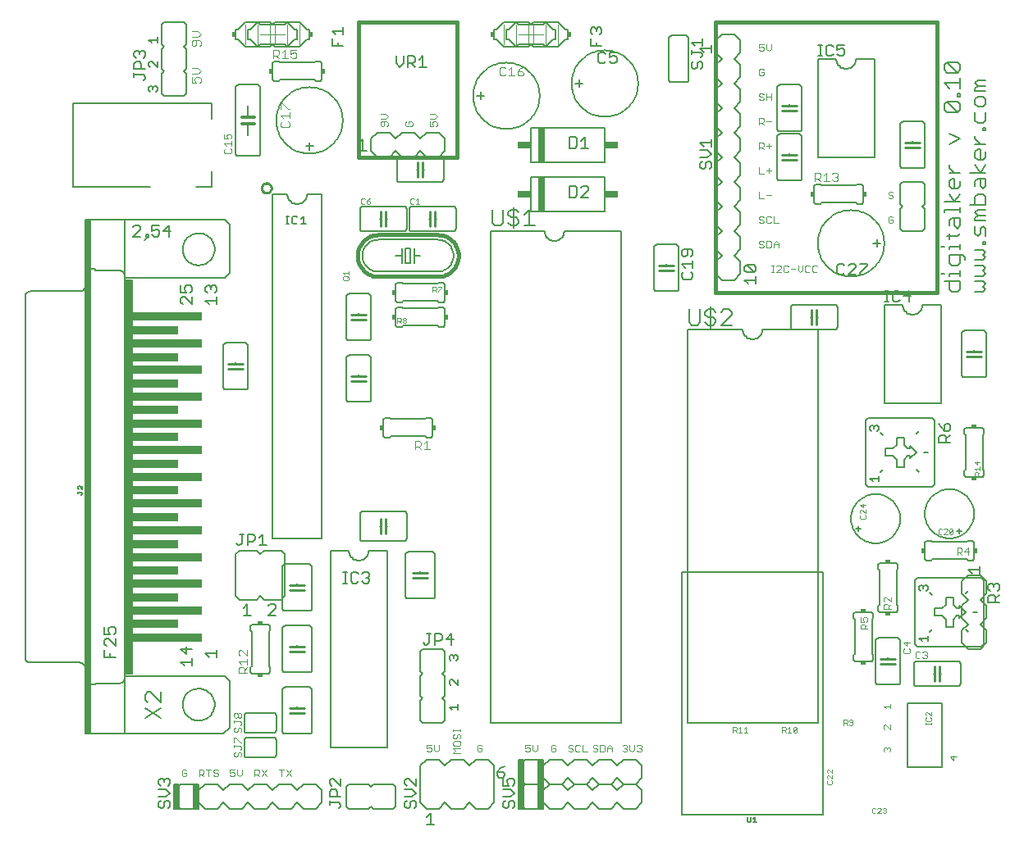
<source format=gto>
G75*
%MOIN*%
%OFA0B0*%
%FSLAX24Y24*%
%IPPOS*%
%LPD*%
%AMOC8*
5,1,8,0,0,1.08239X$1,22.5*
%
%ADD10C,0.0160*%
%ADD11C,0.0030*%
%ADD12C,0.0060*%
%ADD13C,0.0100*%
%ADD14C,0.0050*%
%ADD15R,0.0200X0.0150*%
%ADD16R,0.0150X0.0200*%
%ADD17C,0.0080*%
%ADD18R,0.0300X1.6000*%
%ADD19R,0.0200X2.0900*%
%ADD20R,0.2850X0.0320*%
%ADD21R,0.1850X0.0320*%
%ADD22C,0.0070*%
%ADD23R,0.0250X0.1400*%
%ADD24R,0.0550X0.0300*%
%ADD25C,0.0020*%
%ADD26R,0.0140X0.0240*%
%ADD27C,0.0040*%
%ADD28C,0.0120*%
D10*
X016163Y022830D02*
X018563Y022830D01*
X018620Y022832D01*
X018676Y022838D01*
X018732Y022847D01*
X018788Y022860D01*
X018842Y022877D01*
X018895Y022897D01*
X018946Y022921D01*
X018996Y022949D01*
X019044Y022979D01*
X019090Y023013D01*
X019133Y023050D01*
X019174Y023089D01*
X019212Y023131D01*
X019247Y023176D01*
X019279Y023223D01*
X019308Y023272D01*
X019334Y023322D01*
X019356Y023375D01*
X019375Y023428D01*
X019390Y023483D01*
X019401Y023539D01*
X019409Y023595D01*
X019413Y023652D01*
X019413Y023708D01*
X019409Y023765D01*
X019401Y023821D01*
X019390Y023877D01*
X019375Y023932D01*
X019356Y023985D01*
X019334Y024038D01*
X019308Y024088D01*
X019279Y024137D01*
X019247Y024184D01*
X019212Y024229D01*
X019174Y024271D01*
X019133Y024310D01*
X019090Y024347D01*
X019044Y024381D01*
X018996Y024411D01*
X018946Y024439D01*
X018895Y024463D01*
X018842Y024483D01*
X018788Y024500D01*
X018732Y024513D01*
X018676Y024522D01*
X018620Y024528D01*
X018563Y024530D01*
X016163Y024530D01*
X016106Y024528D01*
X016050Y024522D01*
X015994Y024513D01*
X015938Y024500D01*
X015884Y024483D01*
X015831Y024463D01*
X015780Y024439D01*
X015730Y024411D01*
X015682Y024381D01*
X015636Y024347D01*
X015593Y024310D01*
X015552Y024271D01*
X015514Y024229D01*
X015479Y024184D01*
X015447Y024137D01*
X015418Y024088D01*
X015392Y024038D01*
X015370Y023985D01*
X015351Y023932D01*
X015336Y023877D01*
X015325Y023821D01*
X015317Y023765D01*
X015313Y023708D01*
X015313Y023652D01*
X015317Y023595D01*
X015325Y023539D01*
X015336Y023483D01*
X015351Y023428D01*
X015370Y023375D01*
X015392Y023322D01*
X015418Y023272D01*
X015447Y023223D01*
X015479Y023176D01*
X015514Y023131D01*
X015552Y023089D01*
X015593Y023050D01*
X015636Y023013D01*
X015682Y022979D01*
X015730Y022949D01*
X015780Y022921D01*
X015831Y022897D01*
X015884Y022877D01*
X015938Y022860D01*
X015994Y022847D01*
X016050Y022838D01*
X016106Y022832D01*
X016163Y022830D01*
X015363Y027680D02*
X015363Y033180D01*
X019363Y033180D01*
X019363Y027680D01*
X015363Y027680D01*
X029863Y033180D02*
X029863Y022180D01*
X038863Y022180D01*
X038863Y033180D01*
X029863Y033180D01*
D11*
X031628Y032285D02*
X031628Y032140D01*
X031725Y032188D01*
X031773Y032188D01*
X031822Y032140D01*
X031822Y032043D01*
X031773Y031995D01*
X031677Y031995D01*
X031628Y032043D01*
X031628Y032285D02*
X031822Y032285D01*
X031923Y032285D02*
X031923Y032092D01*
X032020Y031995D01*
X032116Y032092D01*
X032116Y032285D01*
X031773Y031285D02*
X031677Y031285D01*
X031628Y031237D01*
X031628Y031043D01*
X031677Y030995D01*
X031773Y030995D01*
X031822Y031043D01*
X031822Y031140D01*
X031725Y031140D01*
X031822Y031237D02*
X031773Y031285D01*
X031773Y030285D02*
X031677Y030285D01*
X031628Y030237D01*
X031628Y030188D01*
X031677Y030140D01*
X031773Y030140D01*
X031822Y030092D01*
X031822Y030043D01*
X031773Y029995D01*
X031677Y029995D01*
X031628Y030043D01*
X031822Y030237D02*
X031773Y030285D01*
X031923Y030285D02*
X031923Y029995D01*
X031923Y030140D02*
X032116Y030140D01*
X032116Y030285D02*
X032116Y029995D01*
X031773Y029285D02*
X031822Y029237D01*
X031822Y029140D01*
X031773Y029092D01*
X031628Y029092D01*
X031725Y029092D02*
X031822Y028995D01*
X031923Y029140D02*
X032116Y029140D01*
X031773Y029285D02*
X031628Y029285D01*
X031628Y028995D01*
X031628Y028285D02*
X031773Y028285D01*
X031822Y028237D01*
X031822Y028140D01*
X031773Y028092D01*
X031628Y028092D01*
X031725Y028092D02*
X031822Y027995D01*
X031923Y028140D02*
X032116Y028140D01*
X032020Y028237D02*
X032020Y028043D01*
X031628Y027995D02*
X031628Y028285D01*
X031628Y027285D02*
X031628Y026995D01*
X031822Y026995D01*
X031923Y027140D02*
X032116Y027140D01*
X032020Y027237D02*
X032020Y027043D01*
X031628Y026285D02*
X031628Y025995D01*
X031822Y025995D01*
X031923Y026140D02*
X032116Y026140D01*
X032068Y025285D02*
X031971Y025285D01*
X031923Y025237D01*
X031923Y025043D01*
X031971Y024995D01*
X032068Y024995D01*
X032116Y025043D01*
X032218Y024995D02*
X032411Y024995D01*
X032218Y024995D02*
X032218Y025285D01*
X032116Y025237D02*
X032068Y025285D01*
X031822Y025237D02*
X031773Y025285D01*
X031677Y025285D01*
X031628Y025237D01*
X031628Y025188D01*
X031677Y025140D01*
X031773Y025140D01*
X031822Y025092D01*
X031822Y025043D01*
X031773Y024995D01*
X031677Y024995D01*
X031628Y025043D01*
X031677Y024285D02*
X031628Y024237D01*
X031628Y024188D01*
X031677Y024140D01*
X031773Y024140D01*
X031822Y024092D01*
X031822Y024043D01*
X031773Y023995D01*
X031677Y023995D01*
X031628Y024043D01*
X031677Y024285D02*
X031773Y024285D01*
X031822Y024237D01*
X031923Y024285D02*
X032068Y024285D01*
X032116Y024237D01*
X032116Y024043D01*
X032068Y023995D01*
X031923Y023995D01*
X031923Y024285D01*
X032218Y024188D02*
X032218Y023995D01*
X032218Y024140D02*
X032411Y024140D01*
X032411Y024188D02*
X032411Y023995D01*
X032411Y024188D02*
X032314Y024285D01*
X032218Y024188D01*
X032225Y023285D02*
X032128Y023285D01*
X032177Y023285D02*
X032177Y022995D01*
X032225Y022995D02*
X032128Y022995D01*
X032325Y022995D02*
X032518Y023188D01*
X032518Y023237D01*
X032470Y023285D01*
X032373Y023285D01*
X032325Y023237D01*
X032325Y022995D02*
X032518Y022995D01*
X032619Y023043D02*
X032668Y022995D01*
X032764Y022995D01*
X032813Y023043D01*
X032914Y023140D02*
X033107Y023140D01*
X033209Y023092D02*
X033305Y022995D01*
X033402Y023092D01*
X033402Y023285D01*
X033503Y023237D02*
X033503Y023043D01*
X033552Y022995D01*
X033648Y022995D01*
X033697Y023043D01*
X033798Y023043D02*
X033846Y022995D01*
X033943Y022995D01*
X033991Y023043D01*
X033798Y023043D02*
X033798Y023237D01*
X033846Y023285D01*
X033943Y023285D01*
X033991Y023237D01*
X033697Y023237D02*
X033648Y023285D01*
X033552Y023285D01*
X033503Y023237D01*
X033209Y023285D02*
X033209Y023092D01*
X032813Y023237D02*
X032764Y023285D01*
X032668Y023285D01*
X032619Y023237D01*
X032619Y023043D01*
X036878Y025043D02*
X036927Y024995D01*
X037023Y024995D01*
X037072Y025043D01*
X037072Y025140D01*
X036975Y025140D01*
X036878Y025237D02*
X036878Y025043D01*
X036878Y025237D02*
X036927Y025285D01*
X037023Y025285D01*
X037072Y025237D01*
X037023Y025995D02*
X036927Y025995D01*
X036878Y026043D01*
X036927Y026140D02*
X037023Y026140D01*
X037072Y026092D01*
X037072Y026043D01*
X037023Y025995D01*
X036927Y026140D02*
X036878Y026188D01*
X036878Y026237D01*
X036927Y026285D01*
X037023Y026285D01*
X037072Y026237D01*
X039678Y011795D02*
X039823Y011795D01*
X039872Y011747D01*
X039872Y011650D01*
X039823Y011602D01*
X039678Y011602D01*
X039775Y011602D02*
X039872Y011505D01*
X039973Y011650D02*
X040118Y011795D01*
X040118Y011505D01*
X040166Y011650D02*
X039973Y011650D01*
X039678Y011505D02*
X039678Y011795D01*
X036978Y009794D02*
X036978Y009600D01*
X036785Y009794D01*
X036736Y009794D01*
X036688Y009745D01*
X036688Y009649D01*
X036736Y009600D01*
X036736Y009499D02*
X036833Y009499D01*
X036881Y009451D01*
X036881Y009306D01*
X036881Y009402D02*
X036978Y009499D01*
X036978Y009306D02*
X036688Y009306D01*
X036688Y009451D01*
X036736Y009499D01*
X036038Y008935D02*
X036038Y008838D01*
X035990Y008790D01*
X035893Y008790D02*
X035845Y008886D01*
X035845Y008935D01*
X035893Y008983D01*
X035990Y008983D01*
X036038Y008935D01*
X035893Y008790D02*
X035748Y008790D01*
X035748Y008983D01*
X035796Y008688D02*
X035893Y008688D01*
X035941Y008640D01*
X035941Y008495D01*
X035941Y008592D02*
X036038Y008688D01*
X036038Y008495D02*
X035748Y008495D01*
X035748Y008640D01*
X035796Y008688D01*
X037478Y007945D02*
X037623Y007800D01*
X037623Y007994D01*
X037768Y007945D02*
X037478Y007945D01*
X037526Y007699D02*
X037478Y007651D01*
X037478Y007554D01*
X037526Y007506D01*
X037720Y007506D01*
X037768Y007554D01*
X037768Y007651D01*
X037720Y007699D01*
X037978Y007537D02*
X037978Y007343D01*
X038027Y007295D01*
X038123Y007295D01*
X038172Y007343D01*
X038273Y007343D02*
X038321Y007295D01*
X038418Y007295D01*
X038466Y007343D01*
X038466Y007392D01*
X038418Y007440D01*
X038370Y007440D01*
X038418Y007440D02*
X038466Y007488D01*
X038466Y007537D01*
X038418Y007585D01*
X038321Y007585D01*
X038273Y007537D01*
X038172Y007537D02*
X038123Y007585D01*
X038027Y007585D01*
X037978Y007537D01*
X026861Y003737D02*
X026861Y003688D01*
X026813Y003640D01*
X026861Y003592D01*
X026861Y003543D01*
X026813Y003495D01*
X026716Y003495D01*
X026668Y003543D01*
X026566Y003592D02*
X026566Y003785D01*
X026668Y003737D02*
X026716Y003785D01*
X026813Y003785D01*
X026861Y003737D01*
X026813Y003640D02*
X026764Y003640D01*
X026566Y003592D02*
X026470Y003495D01*
X026373Y003592D01*
X026373Y003785D01*
X026272Y003737D02*
X026223Y003785D01*
X026127Y003785D01*
X026078Y003737D01*
X026175Y003640D02*
X026223Y003640D01*
X026272Y003592D01*
X026272Y003543D01*
X026223Y003495D01*
X026127Y003495D01*
X026078Y003543D01*
X026223Y003640D02*
X026272Y003688D01*
X026272Y003737D01*
X025661Y003688D02*
X025661Y003495D01*
X025661Y003640D02*
X025468Y003640D01*
X025468Y003688D02*
X025564Y003785D01*
X025661Y003688D01*
X025468Y003688D02*
X025468Y003495D01*
X025366Y003543D02*
X025366Y003737D01*
X025318Y003785D01*
X025173Y003785D01*
X025173Y003495D01*
X025318Y003495D01*
X025366Y003543D01*
X025072Y003543D02*
X025023Y003495D01*
X024927Y003495D01*
X024878Y003543D01*
X024927Y003640D02*
X025023Y003640D01*
X025072Y003592D01*
X025072Y003543D01*
X024927Y003640D02*
X024878Y003688D01*
X024878Y003737D01*
X024927Y003785D01*
X025023Y003785D01*
X025072Y003737D01*
X024661Y003495D02*
X024468Y003495D01*
X024468Y003785D01*
X024366Y003737D02*
X024318Y003785D01*
X024221Y003785D01*
X024173Y003737D01*
X024173Y003543D01*
X024221Y003495D01*
X024318Y003495D01*
X024366Y003543D01*
X024072Y003543D02*
X024023Y003495D01*
X023927Y003495D01*
X023878Y003543D01*
X023927Y003640D02*
X024023Y003640D01*
X024072Y003592D01*
X024072Y003543D01*
X023927Y003640D02*
X023878Y003688D01*
X023878Y003737D01*
X023927Y003785D01*
X024023Y003785D01*
X024072Y003737D01*
X023372Y003737D02*
X023323Y003785D01*
X023227Y003785D01*
X023178Y003737D01*
X023178Y003543D01*
X023227Y003495D01*
X023323Y003495D01*
X023372Y003543D01*
X023372Y003640D01*
X023275Y003640D01*
X022616Y003592D02*
X022616Y003785D01*
X022423Y003785D02*
X022423Y003592D01*
X022520Y003495D01*
X022616Y003592D01*
X022322Y003640D02*
X022322Y003543D01*
X022273Y003495D01*
X022177Y003495D01*
X022128Y003543D01*
X022128Y003640D02*
X022225Y003688D01*
X022273Y003688D01*
X022322Y003640D01*
X022322Y003785D02*
X022128Y003785D01*
X022128Y003640D01*
X020372Y003640D02*
X020275Y003640D01*
X020372Y003640D02*
X020372Y003543D01*
X020323Y003495D01*
X020227Y003495D01*
X020178Y003543D01*
X020178Y003737D01*
X020227Y003785D01*
X020323Y003785D01*
X020372Y003737D01*
X019498Y003788D02*
X019450Y003740D01*
X019256Y003740D01*
X019208Y003788D01*
X019208Y003885D01*
X019256Y003933D01*
X019450Y003933D01*
X019498Y003885D01*
X019498Y003788D01*
X019498Y003638D02*
X019208Y003638D01*
X019305Y003542D01*
X019208Y003445D01*
X019498Y003445D01*
X019450Y004034D02*
X019498Y004083D01*
X019498Y004179D01*
X019450Y004228D01*
X019401Y004228D01*
X019353Y004179D01*
X019353Y004083D01*
X019305Y004034D01*
X019256Y004034D01*
X019208Y004083D01*
X019208Y004179D01*
X019256Y004228D01*
X019208Y004329D02*
X019208Y004426D01*
X019208Y004377D02*
X019498Y004377D01*
X019498Y004329D02*
X019498Y004426D01*
X018616Y003785D02*
X018616Y003592D01*
X018520Y003495D01*
X018423Y003592D01*
X018423Y003785D01*
X018322Y003785D02*
X018128Y003785D01*
X018128Y003640D01*
X018225Y003688D01*
X018273Y003688D01*
X018322Y003640D01*
X018322Y003543D01*
X018273Y003495D01*
X018177Y003495D01*
X018128Y003543D01*
X012616Y002785D02*
X012423Y002495D01*
X012616Y002495D02*
X012423Y002785D01*
X012322Y002785D02*
X012128Y002785D01*
X012225Y002785D02*
X012225Y002495D01*
X011616Y002495D02*
X011423Y002785D01*
X011322Y002737D02*
X011322Y002640D01*
X011273Y002592D01*
X011128Y002592D01*
X011225Y002592D02*
X011322Y002495D01*
X011423Y002495D02*
X011616Y002785D01*
X011322Y002737D02*
X011273Y002785D01*
X011128Y002785D01*
X011128Y002495D01*
X010616Y002592D02*
X010616Y002785D01*
X010423Y002785D02*
X010423Y002592D01*
X010520Y002495D01*
X010616Y002592D01*
X010322Y002640D02*
X010322Y002543D01*
X010273Y002495D01*
X010177Y002495D01*
X010128Y002543D01*
X010128Y002640D02*
X010225Y002688D01*
X010273Y002688D01*
X010322Y002640D01*
X010322Y002785D02*
X010128Y002785D01*
X010128Y002640D01*
X009661Y002592D02*
X009661Y002543D01*
X009613Y002495D01*
X009516Y002495D01*
X009468Y002543D01*
X009516Y002640D02*
X009613Y002640D01*
X009661Y002592D01*
X009661Y002737D02*
X009613Y002785D01*
X009516Y002785D01*
X009468Y002737D01*
X009468Y002688D01*
X009516Y002640D01*
X009366Y002785D02*
X009173Y002785D01*
X009270Y002785D02*
X009270Y002495D01*
X009072Y002495D02*
X008975Y002592D01*
X009023Y002592D02*
X008878Y002592D01*
X008878Y002495D02*
X008878Y002785D01*
X009023Y002785D01*
X009072Y002737D01*
X009072Y002640D01*
X009023Y002592D01*
X008372Y002640D02*
X008275Y002640D01*
X008372Y002640D02*
X008372Y002543D01*
X008323Y002495D01*
X008227Y002495D01*
X008178Y002543D01*
X008178Y002737D01*
X008227Y002785D01*
X008323Y002785D01*
X008372Y002737D01*
X010308Y003343D02*
X010356Y003295D01*
X010405Y003295D01*
X010453Y003343D01*
X010453Y003440D01*
X010501Y003488D01*
X010550Y003488D01*
X010598Y003440D01*
X010598Y003343D01*
X010550Y003295D01*
X010308Y003343D02*
X010308Y003440D01*
X010356Y003488D01*
X010308Y003686D02*
X010308Y003783D01*
X010308Y003735D02*
X010550Y003735D01*
X010598Y003686D01*
X010598Y003638D01*
X010550Y003590D01*
X010550Y003884D02*
X010356Y004078D01*
X010308Y004078D01*
X010308Y003884D01*
X010550Y003884D02*
X010598Y003884D01*
X010550Y004295D02*
X010598Y004343D01*
X010598Y004440D01*
X010550Y004488D01*
X010501Y004488D01*
X010453Y004440D01*
X010453Y004343D01*
X010405Y004295D01*
X010356Y004295D01*
X010308Y004343D01*
X010308Y004440D01*
X010356Y004488D01*
X010308Y004686D02*
X010308Y004783D01*
X010308Y004735D02*
X010550Y004735D01*
X010598Y004686D01*
X010598Y004638D01*
X010550Y004590D01*
X010550Y004884D02*
X010501Y004884D01*
X010453Y004933D01*
X010453Y005029D01*
X010501Y005078D01*
X010550Y005078D01*
X010598Y005029D01*
X010598Y004933D01*
X010550Y004884D01*
X010453Y004933D02*
X010405Y004884D01*
X010356Y004884D01*
X010308Y004933D01*
X010308Y005029D01*
X010356Y005078D01*
X010405Y005078D01*
X010453Y005029D01*
X010150Y027845D02*
X009956Y027845D01*
X009908Y027893D01*
X009908Y027990D01*
X009956Y028038D01*
X010005Y028140D02*
X009908Y028236D01*
X010198Y028236D01*
X010198Y028140D02*
X010198Y028333D01*
X010150Y028434D02*
X010198Y028483D01*
X010198Y028579D01*
X010150Y028628D01*
X010053Y028628D01*
X010005Y028579D01*
X010005Y028531D01*
X010053Y028434D01*
X009908Y028434D01*
X009908Y028628D01*
X010150Y028038D02*
X010198Y027990D01*
X010198Y027893D01*
X010150Y027845D01*
X008887Y030695D02*
X008948Y030757D01*
X008948Y030880D01*
X008887Y030942D01*
X008763Y030942D01*
X008701Y030880D01*
X008701Y030818D01*
X008763Y030695D01*
X008578Y030695D01*
X008578Y030942D01*
X008578Y031063D02*
X008825Y031063D01*
X008948Y031187D01*
X008825Y031310D01*
X008578Y031310D01*
X008640Y032195D02*
X008701Y032195D01*
X008763Y032257D01*
X008763Y032442D01*
X008640Y032442D02*
X008578Y032380D01*
X008578Y032257D01*
X008640Y032195D01*
X008887Y032195D02*
X008948Y032257D01*
X008948Y032380D01*
X008887Y032442D01*
X008640Y032442D01*
X008578Y032563D02*
X008825Y032563D01*
X008948Y032687D01*
X008825Y032810D01*
X008578Y032810D01*
X016258Y029433D02*
X016451Y029433D01*
X016548Y029336D01*
X016451Y029240D01*
X016258Y029240D01*
X016306Y029138D02*
X016258Y029090D01*
X016258Y028993D01*
X016306Y028945D01*
X016355Y028945D01*
X016403Y028993D01*
X016403Y029138D01*
X016500Y029138D02*
X016306Y029138D01*
X016500Y029138D02*
X016548Y029090D01*
X016548Y028993D01*
X016500Y028945D01*
X017258Y028993D02*
X017306Y028945D01*
X017500Y028945D01*
X017548Y028993D01*
X017548Y029090D01*
X017500Y029138D01*
X017403Y029138D01*
X017403Y029042D01*
X017306Y029138D02*
X017258Y029090D01*
X017258Y028993D01*
X018258Y028945D02*
X018403Y028945D01*
X018355Y029042D01*
X018355Y029090D01*
X018403Y029138D01*
X018500Y029138D01*
X018548Y029090D01*
X018548Y028993D01*
X018500Y028945D01*
X018258Y028945D02*
X018258Y029138D01*
X018258Y029240D02*
X018451Y029240D01*
X018548Y029336D01*
X018451Y029433D01*
X018258Y029433D01*
D12*
X004263Y007280D02*
X004263Y004230D01*
X004463Y004230D01*
X004463Y005230D01*
X004463Y006230D01*
X004463Y023130D01*
X004663Y023130D01*
X004663Y023080D01*
X005613Y023080D01*
X005643Y023078D01*
X005673Y023073D01*
X005702Y023064D01*
X005729Y023051D01*
X005755Y023036D01*
X005779Y023017D01*
X005800Y022996D01*
X005819Y022972D01*
X005834Y022946D01*
X005847Y022919D01*
X005856Y022890D01*
X005861Y022860D01*
X005863Y022830D01*
X005863Y022780D02*
X009913Y022780D01*
X010113Y022980D01*
X010113Y024930D01*
X009913Y025130D01*
X005913Y025130D01*
X005863Y025130D01*
X005863Y023130D01*
X005863Y022780D01*
X005863Y022680D01*
X006163Y022680D01*
X006163Y006680D01*
X005863Y006680D01*
X005863Y022680D01*
X004463Y023130D02*
X004463Y024130D01*
X004463Y025130D01*
X004663Y025130D01*
X005863Y025130D01*
X004463Y025130D02*
X004263Y025130D01*
X004263Y022080D01*
X004263Y007280D01*
X004013Y007130D02*
X002013Y007130D01*
X001987Y007132D01*
X001961Y007137D01*
X001936Y007145D01*
X001913Y007157D01*
X001891Y007171D01*
X001872Y007189D01*
X001854Y007208D01*
X001840Y007230D01*
X001828Y007253D01*
X001820Y007278D01*
X001815Y007304D01*
X001813Y007330D01*
X001813Y007430D01*
X001813Y021930D01*
X001813Y022030D01*
X001815Y022056D01*
X001820Y022082D01*
X001828Y022107D01*
X001840Y022130D01*
X001854Y022152D01*
X001872Y022171D01*
X001891Y022189D01*
X001913Y022203D01*
X001936Y022215D01*
X001961Y022223D01*
X001987Y022228D01*
X002013Y022230D01*
X004013Y022230D01*
X004043Y022232D01*
X004073Y022237D01*
X004102Y022246D01*
X004129Y022259D01*
X004155Y022274D01*
X004179Y022293D01*
X004200Y022314D01*
X004219Y022338D01*
X004234Y022364D01*
X004247Y022391D01*
X004256Y022420D01*
X004261Y022450D01*
X004263Y022480D01*
X008213Y023940D02*
X008215Y023990D01*
X008221Y024040D01*
X008231Y024090D01*
X008244Y024138D01*
X008261Y024186D01*
X008282Y024232D01*
X008306Y024276D01*
X008334Y024318D01*
X008365Y024358D01*
X008399Y024395D01*
X008436Y024430D01*
X008475Y024461D01*
X008516Y024490D01*
X008560Y024515D01*
X008606Y024537D01*
X008653Y024555D01*
X008701Y024569D01*
X008750Y024580D01*
X008800Y024587D01*
X008850Y024590D01*
X008901Y024589D01*
X008951Y024584D01*
X009001Y024575D01*
X009049Y024563D01*
X009097Y024546D01*
X009143Y024526D01*
X009188Y024503D01*
X009231Y024476D01*
X009271Y024446D01*
X009309Y024413D01*
X009344Y024377D01*
X009377Y024338D01*
X009406Y024297D01*
X009432Y024254D01*
X009455Y024209D01*
X009474Y024162D01*
X009489Y024114D01*
X009501Y024065D01*
X009509Y024015D01*
X009513Y023965D01*
X009513Y023915D01*
X009509Y023865D01*
X009501Y023815D01*
X009489Y023766D01*
X009474Y023718D01*
X009455Y023671D01*
X009432Y023626D01*
X009406Y023583D01*
X009377Y023542D01*
X009344Y023503D01*
X009309Y023467D01*
X009271Y023434D01*
X009231Y023404D01*
X009188Y023377D01*
X009143Y023354D01*
X009097Y023334D01*
X009049Y023317D01*
X009001Y023305D01*
X008951Y023296D01*
X008901Y023291D01*
X008850Y023290D01*
X008800Y023293D01*
X008750Y023300D01*
X008701Y023311D01*
X008653Y023325D01*
X008606Y023343D01*
X008560Y023365D01*
X008516Y023390D01*
X008475Y023419D01*
X008436Y023450D01*
X008399Y023485D01*
X008365Y023522D01*
X008334Y023562D01*
X008306Y023604D01*
X008282Y023648D01*
X008261Y023694D01*
X008244Y023742D01*
X008231Y023790D01*
X008221Y023840D01*
X008215Y023890D01*
X008213Y023940D01*
X009963Y020130D02*
X010763Y020130D01*
X010780Y020128D01*
X010797Y020124D01*
X010813Y020117D01*
X010827Y020107D01*
X010840Y020094D01*
X010850Y020080D01*
X010857Y020064D01*
X010861Y020047D01*
X010863Y020030D01*
X010863Y018330D01*
X010861Y018313D01*
X010857Y018296D01*
X010850Y018280D01*
X010840Y018266D01*
X010827Y018253D01*
X010813Y018243D01*
X010797Y018236D01*
X010780Y018232D01*
X010763Y018230D01*
X009963Y018230D01*
X009946Y018232D01*
X009929Y018236D01*
X009913Y018243D01*
X009899Y018253D01*
X009886Y018266D01*
X009876Y018280D01*
X009869Y018296D01*
X009865Y018313D01*
X009863Y018330D01*
X009863Y020030D01*
X009865Y020047D01*
X009869Y020064D01*
X009876Y020080D01*
X009886Y020094D01*
X009899Y020107D01*
X009913Y020117D01*
X009929Y020124D01*
X009946Y020128D01*
X009963Y020130D01*
X010363Y019330D02*
X010363Y019280D01*
X010363Y019080D02*
X010363Y019030D01*
X014863Y019530D02*
X014863Y017830D01*
X014865Y017813D01*
X014869Y017796D01*
X014876Y017780D01*
X014886Y017766D01*
X014899Y017753D01*
X014913Y017743D01*
X014929Y017736D01*
X014946Y017732D01*
X014963Y017730D01*
X015763Y017730D01*
X015780Y017732D01*
X015797Y017736D01*
X015813Y017743D01*
X015827Y017753D01*
X015840Y017766D01*
X015850Y017780D01*
X015857Y017796D01*
X015861Y017813D01*
X015863Y017830D01*
X015863Y019530D01*
X015861Y019547D01*
X015857Y019564D01*
X015850Y019580D01*
X015840Y019594D01*
X015827Y019607D01*
X015813Y019617D01*
X015797Y019624D01*
X015780Y019628D01*
X015763Y019630D01*
X014963Y019630D01*
X014946Y019628D01*
X014929Y019624D01*
X014913Y019617D01*
X014899Y019607D01*
X014886Y019594D01*
X014876Y019580D01*
X014869Y019564D01*
X014865Y019547D01*
X014863Y019530D01*
X014963Y020230D02*
X015763Y020230D01*
X015780Y020232D01*
X015797Y020236D01*
X015813Y020243D01*
X015827Y020253D01*
X015840Y020266D01*
X015850Y020280D01*
X015857Y020296D01*
X015861Y020313D01*
X015863Y020330D01*
X015863Y022030D01*
X015861Y022047D01*
X015857Y022064D01*
X015850Y022080D01*
X015840Y022094D01*
X015827Y022107D01*
X015813Y022117D01*
X015797Y022124D01*
X015780Y022128D01*
X015763Y022130D01*
X014963Y022130D01*
X014946Y022128D01*
X014929Y022124D01*
X014913Y022117D01*
X014899Y022107D01*
X014886Y022094D01*
X014876Y022080D01*
X014869Y022064D01*
X014865Y022047D01*
X014863Y022030D01*
X014863Y020330D01*
X014865Y020313D01*
X014869Y020296D01*
X014876Y020280D01*
X014886Y020266D01*
X014899Y020253D01*
X014913Y020243D01*
X014929Y020236D01*
X014946Y020232D01*
X014963Y020230D01*
X015363Y021030D02*
X015363Y021080D01*
X015363Y021280D02*
X015363Y021330D01*
X016863Y021480D02*
X016863Y020880D01*
X016865Y020863D01*
X016869Y020846D01*
X016876Y020830D01*
X016886Y020816D01*
X016899Y020803D01*
X016913Y020793D01*
X016929Y020786D01*
X016946Y020782D01*
X016963Y020780D01*
X017113Y020780D01*
X017163Y020830D01*
X018563Y020830D01*
X018613Y020780D01*
X018763Y020780D01*
X018780Y020782D01*
X018797Y020786D01*
X018813Y020793D01*
X018827Y020803D01*
X018840Y020816D01*
X018850Y020830D01*
X018857Y020846D01*
X018861Y020863D01*
X018863Y020880D01*
X018863Y021480D01*
X018861Y021497D01*
X018857Y021514D01*
X018850Y021530D01*
X018840Y021544D01*
X018827Y021557D01*
X018813Y021567D01*
X018797Y021574D01*
X018780Y021578D01*
X018763Y021580D01*
X018613Y021580D01*
X018563Y021530D01*
X017163Y021530D01*
X017113Y021580D01*
X016963Y021580D01*
X016946Y021578D01*
X016929Y021574D01*
X016913Y021567D01*
X016899Y021557D01*
X016886Y021544D01*
X016876Y021530D01*
X016869Y021514D01*
X016865Y021497D01*
X016863Y021480D01*
X016963Y021780D02*
X017113Y021780D01*
X017163Y021830D01*
X018563Y021830D01*
X018613Y021780D01*
X018763Y021780D01*
X018780Y021782D01*
X018797Y021786D01*
X018813Y021793D01*
X018827Y021803D01*
X018840Y021816D01*
X018850Y021830D01*
X018857Y021846D01*
X018861Y021863D01*
X018863Y021880D01*
X018863Y022480D01*
X018861Y022497D01*
X018857Y022514D01*
X018850Y022530D01*
X018840Y022544D01*
X018827Y022557D01*
X018813Y022567D01*
X018797Y022574D01*
X018780Y022578D01*
X018763Y022580D01*
X018613Y022580D01*
X018563Y022530D01*
X017163Y022530D01*
X017113Y022580D01*
X016963Y022580D01*
X016946Y022578D01*
X016929Y022574D01*
X016913Y022567D01*
X016899Y022557D01*
X016886Y022544D01*
X016876Y022530D01*
X016869Y022514D01*
X016865Y022497D01*
X016863Y022480D01*
X016863Y021880D01*
X016865Y021863D01*
X016869Y021846D01*
X016876Y021830D01*
X016886Y021816D01*
X016899Y021803D01*
X016913Y021793D01*
X016929Y021786D01*
X016946Y021782D01*
X016963Y021780D01*
X016163Y023030D02*
X018563Y023030D01*
X018613Y023032D01*
X018662Y023038D01*
X018711Y023047D01*
X018759Y023060D01*
X018806Y023077D01*
X018851Y023097D01*
X018895Y023121D01*
X018937Y023148D01*
X018977Y023179D01*
X019014Y023212D01*
X019048Y023248D01*
X019080Y023286D01*
X019109Y023327D01*
X019134Y023369D01*
X019156Y023414D01*
X019175Y023460D01*
X019190Y023508D01*
X019201Y023556D01*
X019209Y023605D01*
X019213Y023655D01*
X019213Y023705D01*
X019209Y023755D01*
X019201Y023804D01*
X019190Y023852D01*
X019175Y023900D01*
X019156Y023946D01*
X019134Y023991D01*
X019109Y024033D01*
X019080Y024074D01*
X019048Y024112D01*
X019014Y024148D01*
X018977Y024181D01*
X018937Y024212D01*
X018895Y024239D01*
X018851Y024263D01*
X018806Y024283D01*
X018759Y024300D01*
X018711Y024313D01*
X018662Y024322D01*
X018613Y024328D01*
X018563Y024330D01*
X016163Y024330D01*
X016113Y024328D01*
X016064Y024322D01*
X016015Y024313D01*
X015967Y024300D01*
X015920Y024283D01*
X015875Y024263D01*
X015831Y024239D01*
X015789Y024212D01*
X015749Y024181D01*
X015712Y024148D01*
X015678Y024112D01*
X015646Y024074D01*
X015617Y024033D01*
X015592Y023991D01*
X015570Y023946D01*
X015551Y023900D01*
X015536Y023852D01*
X015525Y023804D01*
X015517Y023755D01*
X015513Y023705D01*
X015513Y023655D01*
X015517Y023605D01*
X015525Y023556D01*
X015536Y023508D01*
X015551Y023460D01*
X015570Y023414D01*
X015592Y023369D01*
X015617Y023327D01*
X015646Y023286D01*
X015678Y023248D01*
X015712Y023212D01*
X015749Y023179D01*
X015789Y023148D01*
X015831Y023121D01*
X015875Y023097D01*
X015920Y023077D01*
X015967Y023060D01*
X016015Y023047D01*
X016064Y023038D01*
X016113Y023032D01*
X016163Y023030D01*
X016863Y023680D02*
X017113Y023680D01*
X017113Y023380D01*
X017263Y023380D02*
X017263Y023980D01*
X017463Y023980D01*
X017463Y023380D01*
X017263Y023380D01*
X017113Y023680D02*
X017113Y023980D01*
X017613Y023980D02*
X017613Y023680D01*
X017863Y023680D01*
X017613Y023680D02*
X017613Y023380D01*
X017513Y024680D02*
X019213Y024680D01*
X019230Y024682D01*
X019247Y024686D01*
X019263Y024693D01*
X019277Y024703D01*
X019290Y024716D01*
X019300Y024730D01*
X019307Y024746D01*
X019311Y024763D01*
X019313Y024780D01*
X019313Y025580D01*
X019311Y025597D01*
X019307Y025614D01*
X019300Y025630D01*
X019290Y025644D01*
X019277Y025657D01*
X019263Y025667D01*
X019247Y025674D01*
X019230Y025678D01*
X019213Y025680D01*
X017513Y025680D01*
X017496Y025678D01*
X017479Y025674D01*
X017463Y025667D01*
X017449Y025657D01*
X017436Y025644D01*
X017426Y025630D01*
X017419Y025614D01*
X017415Y025597D01*
X017413Y025580D01*
X017413Y024780D01*
X017313Y024780D02*
X017313Y025580D01*
X017311Y025597D01*
X017307Y025614D01*
X017300Y025630D01*
X017290Y025644D01*
X017277Y025657D01*
X017263Y025667D01*
X017247Y025674D01*
X017230Y025678D01*
X017213Y025680D01*
X015513Y025680D01*
X015496Y025678D01*
X015479Y025674D01*
X015463Y025667D01*
X015449Y025657D01*
X015436Y025644D01*
X015426Y025630D01*
X015419Y025614D01*
X015415Y025597D01*
X015413Y025580D01*
X015413Y024780D01*
X015415Y024763D01*
X015419Y024746D01*
X015426Y024730D01*
X015436Y024716D01*
X015449Y024703D01*
X015463Y024693D01*
X015479Y024686D01*
X015496Y024682D01*
X015513Y024680D01*
X017213Y024680D01*
X017230Y024682D01*
X017247Y024686D01*
X017263Y024693D01*
X017277Y024703D01*
X017290Y024716D01*
X017300Y024730D01*
X017307Y024746D01*
X017311Y024763D01*
X017313Y024780D01*
X017413Y024780D02*
X017415Y024763D01*
X017419Y024746D01*
X017426Y024730D01*
X017436Y024716D01*
X017449Y024703D01*
X017463Y024693D01*
X017479Y024686D01*
X017496Y024682D01*
X017513Y024680D01*
X018213Y025180D02*
X018263Y025180D01*
X018463Y025180D02*
X018513Y025180D01*
X018713Y026680D02*
X017013Y026680D01*
X016996Y026682D01*
X016979Y026686D01*
X016963Y026693D01*
X016949Y026703D01*
X016936Y026716D01*
X016926Y026730D01*
X016919Y026746D01*
X016915Y026763D01*
X016913Y026780D01*
X016913Y027580D01*
X016915Y027597D01*
X016919Y027614D01*
X016926Y027630D01*
X016936Y027644D01*
X016949Y027657D01*
X016963Y027667D01*
X016979Y027674D01*
X016996Y027678D01*
X017013Y027680D01*
X018713Y027680D01*
X018613Y027680D02*
X018113Y027680D01*
X017863Y027930D01*
X017613Y027680D01*
X017113Y027680D01*
X016863Y027930D01*
X016613Y027680D01*
X016113Y027680D01*
X015863Y027930D01*
X015863Y028430D01*
X016113Y028680D01*
X016613Y028680D01*
X016863Y028430D01*
X017113Y028680D01*
X017613Y028680D01*
X017863Y028430D01*
X018113Y028680D01*
X018613Y028680D01*
X018863Y028430D01*
X018863Y027930D01*
X018613Y027680D01*
X018713Y027680D02*
X018730Y027678D01*
X018747Y027674D01*
X018763Y027667D01*
X018777Y027657D01*
X018790Y027644D01*
X018800Y027630D01*
X018807Y027614D01*
X018811Y027597D01*
X018813Y027580D01*
X018813Y026780D01*
X018811Y026763D01*
X018807Y026746D01*
X018800Y026730D01*
X018790Y026716D01*
X018777Y026703D01*
X018763Y026693D01*
X018747Y026686D01*
X018730Y026682D01*
X018713Y026680D01*
X018013Y027180D02*
X017963Y027180D01*
X017763Y027180D02*
X017713Y027180D01*
X016513Y025180D02*
X016463Y025180D01*
X016263Y025180D02*
X016213Y025180D01*
X013363Y027980D02*
X013363Y028280D01*
X013513Y028130D02*
X013213Y028130D01*
X012013Y029180D02*
X012015Y029253D01*
X012021Y029326D01*
X012031Y029398D01*
X012045Y029470D01*
X012062Y029541D01*
X012084Y029611D01*
X012109Y029680D01*
X012138Y029747D01*
X012170Y029812D01*
X012206Y029876D01*
X012246Y029938D01*
X012288Y029997D01*
X012334Y030054D01*
X012383Y030108D01*
X012435Y030160D01*
X012489Y030209D01*
X012546Y030255D01*
X012605Y030297D01*
X012667Y030337D01*
X012731Y030373D01*
X012796Y030405D01*
X012863Y030434D01*
X012932Y030459D01*
X013002Y030481D01*
X013073Y030498D01*
X013145Y030512D01*
X013217Y030522D01*
X013290Y030528D01*
X013363Y030530D01*
X013436Y030528D01*
X013509Y030522D01*
X013581Y030512D01*
X013653Y030498D01*
X013724Y030481D01*
X013794Y030459D01*
X013863Y030434D01*
X013930Y030405D01*
X013995Y030373D01*
X014059Y030337D01*
X014121Y030297D01*
X014180Y030255D01*
X014237Y030209D01*
X014291Y030160D01*
X014343Y030108D01*
X014392Y030054D01*
X014438Y029997D01*
X014480Y029938D01*
X014520Y029876D01*
X014556Y029812D01*
X014588Y029747D01*
X014617Y029680D01*
X014642Y029611D01*
X014664Y029541D01*
X014681Y029470D01*
X014695Y029398D01*
X014705Y029326D01*
X014711Y029253D01*
X014713Y029180D01*
X014711Y029107D01*
X014705Y029034D01*
X014695Y028962D01*
X014681Y028890D01*
X014664Y028819D01*
X014642Y028749D01*
X014617Y028680D01*
X014588Y028613D01*
X014556Y028548D01*
X014520Y028484D01*
X014480Y028422D01*
X014438Y028363D01*
X014392Y028306D01*
X014343Y028252D01*
X014291Y028200D01*
X014237Y028151D01*
X014180Y028105D01*
X014121Y028063D01*
X014059Y028023D01*
X013995Y027987D01*
X013930Y027955D01*
X013863Y027926D01*
X013794Y027901D01*
X013724Y027879D01*
X013653Y027862D01*
X013581Y027848D01*
X013509Y027838D01*
X013436Y027832D01*
X013363Y027830D01*
X013290Y027832D01*
X013217Y027838D01*
X013145Y027848D01*
X013073Y027862D01*
X013002Y027879D01*
X012932Y027901D01*
X012863Y027926D01*
X012796Y027955D01*
X012731Y027987D01*
X012667Y028023D01*
X012605Y028063D01*
X012546Y028105D01*
X012489Y028151D01*
X012435Y028200D01*
X012383Y028252D01*
X012334Y028306D01*
X012288Y028363D01*
X012246Y028422D01*
X012206Y028484D01*
X012170Y028548D01*
X012138Y028613D01*
X012109Y028680D01*
X012084Y028749D01*
X012062Y028819D01*
X012045Y028890D01*
X012031Y028962D01*
X012021Y029034D01*
X012015Y029107D01*
X012013Y029180D01*
X010863Y029060D02*
X010863Y028580D01*
X010863Y029310D02*
X010863Y029780D01*
X010363Y030530D02*
X010365Y030547D01*
X010369Y030564D01*
X010376Y030580D01*
X010386Y030594D01*
X010399Y030607D01*
X010413Y030617D01*
X010429Y030624D01*
X010446Y030628D01*
X010463Y030630D01*
X011263Y030630D01*
X011280Y030628D01*
X011297Y030624D01*
X011313Y030617D01*
X011327Y030607D01*
X011340Y030594D01*
X011350Y030580D01*
X011357Y030564D01*
X011361Y030547D01*
X011363Y030530D01*
X011363Y027830D01*
X011361Y027813D01*
X011357Y027796D01*
X011350Y027780D01*
X011340Y027766D01*
X011327Y027753D01*
X011313Y027743D01*
X011297Y027736D01*
X011280Y027732D01*
X011263Y027730D01*
X010463Y027730D01*
X010446Y027732D01*
X010429Y027736D01*
X010413Y027743D01*
X010399Y027753D01*
X010386Y027766D01*
X010376Y027780D01*
X010369Y027796D01*
X010365Y027813D01*
X010363Y027830D01*
X010363Y030530D01*
X011863Y030880D02*
X011863Y031480D01*
X011865Y031497D01*
X011869Y031514D01*
X011876Y031530D01*
X011886Y031544D01*
X011899Y031557D01*
X011913Y031567D01*
X011929Y031574D01*
X011946Y031578D01*
X011963Y031580D01*
X012113Y031580D01*
X012163Y031530D01*
X013563Y031530D01*
X013613Y031580D01*
X013763Y031580D01*
X013780Y031578D01*
X013797Y031574D01*
X013813Y031567D01*
X013827Y031557D01*
X013840Y031544D01*
X013850Y031530D01*
X013857Y031514D01*
X013861Y031497D01*
X013863Y031480D01*
X013863Y030880D01*
X013861Y030863D01*
X013857Y030846D01*
X013850Y030830D01*
X013840Y030816D01*
X013827Y030803D01*
X013813Y030793D01*
X013797Y030786D01*
X013780Y030782D01*
X013763Y030780D01*
X013613Y030780D01*
X013563Y030830D01*
X012163Y030830D01*
X012113Y030780D01*
X011963Y030780D01*
X011946Y030782D01*
X011929Y030786D01*
X011913Y030793D01*
X011899Y030803D01*
X011886Y030816D01*
X011876Y030830D01*
X011869Y030846D01*
X011865Y030863D01*
X011863Y030880D01*
X011763Y032180D02*
X011263Y032180D01*
X011363Y032280D01*
X012363Y032280D01*
X012463Y032180D01*
X012963Y032180D01*
X013263Y032480D01*
X013363Y032480D01*
X013363Y032880D01*
X013263Y032880D01*
X012963Y033180D01*
X012463Y033180D01*
X012363Y033080D01*
X011363Y033080D01*
X011263Y033180D01*
X010763Y033180D01*
X010463Y032880D01*
X010363Y032880D01*
X010363Y032480D01*
X010463Y032480D01*
X010763Y032180D01*
X011263Y032180D01*
X010963Y032480D01*
X010863Y032480D01*
X010863Y032880D01*
X010963Y032880D01*
X011263Y033180D01*
X011763Y033180D01*
X011863Y033080D01*
X011963Y033180D01*
X012463Y033180D01*
X012763Y032880D01*
X012863Y032880D01*
X012863Y032480D01*
X012763Y032480D01*
X012463Y032180D01*
X011963Y032180D01*
X011863Y032280D01*
X011763Y032180D01*
X008363Y032080D02*
X008363Y031280D01*
X008263Y031180D01*
X008363Y031080D01*
X008363Y030280D01*
X008263Y030180D01*
X007463Y030180D01*
X007363Y030280D01*
X007363Y031080D01*
X007463Y031180D01*
X007363Y031280D01*
X007363Y032080D01*
X007463Y032180D01*
X007363Y032280D01*
X007363Y033080D01*
X007463Y033180D01*
X008263Y033180D01*
X008363Y033080D01*
X008363Y032280D01*
X008263Y032180D01*
X008363Y032080D01*
X020163Y030180D02*
X020463Y030180D01*
X020313Y030030D02*
X020313Y030330D01*
X020013Y030180D02*
X020015Y030253D01*
X020021Y030326D01*
X020031Y030398D01*
X020045Y030470D01*
X020062Y030541D01*
X020084Y030611D01*
X020109Y030680D01*
X020138Y030747D01*
X020170Y030812D01*
X020206Y030876D01*
X020246Y030938D01*
X020288Y030997D01*
X020334Y031054D01*
X020383Y031108D01*
X020435Y031160D01*
X020489Y031209D01*
X020546Y031255D01*
X020605Y031297D01*
X020667Y031337D01*
X020731Y031373D01*
X020796Y031405D01*
X020863Y031434D01*
X020932Y031459D01*
X021002Y031481D01*
X021073Y031498D01*
X021145Y031512D01*
X021217Y031522D01*
X021290Y031528D01*
X021363Y031530D01*
X021436Y031528D01*
X021509Y031522D01*
X021581Y031512D01*
X021653Y031498D01*
X021724Y031481D01*
X021794Y031459D01*
X021863Y031434D01*
X021930Y031405D01*
X021995Y031373D01*
X022059Y031337D01*
X022121Y031297D01*
X022180Y031255D01*
X022237Y031209D01*
X022291Y031160D01*
X022343Y031108D01*
X022392Y031054D01*
X022438Y030997D01*
X022480Y030938D01*
X022520Y030876D01*
X022556Y030812D01*
X022588Y030747D01*
X022617Y030680D01*
X022642Y030611D01*
X022664Y030541D01*
X022681Y030470D01*
X022695Y030398D01*
X022705Y030326D01*
X022711Y030253D01*
X022713Y030180D01*
X022711Y030107D01*
X022705Y030034D01*
X022695Y029962D01*
X022681Y029890D01*
X022664Y029819D01*
X022642Y029749D01*
X022617Y029680D01*
X022588Y029613D01*
X022556Y029548D01*
X022520Y029484D01*
X022480Y029422D01*
X022438Y029363D01*
X022392Y029306D01*
X022343Y029252D01*
X022291Y029200D01*
X022237Y029151D01*
X022180Y029105D01*
X022121Y029063D01*
X022059Y029023D01*
X021995Y028987D01*
X021930Y028955D01*
X021863Y028926D01*
X021794Y028901D01*
X021724Y028879D01*
X021653Y028862D01*
X021581Y028848D01*
X021509Y028838D01*
X021436Y028832D01*
X021363Y028830D01*
X021290Y028832D01*
X021217Y028838D01*
X021145Y028848D01*
X021073Y028862D01*
X021002Y028879D01*
X020932Y028901D01*
X020863Y028926D01*
X020796Y028955D01*
X020731Y028987D01*
X020667Y029023D01*
X020605Y029063D01*
X020546Y029105D01*
X020489Y029151D01*
X020435Y029200D01*
X020383Y029252D01*
X020334Y029306D01*
X020288Y029363D01*
X020246Y029422D01*
X020206Y029484D01*
X020170Y029548D01*
X020138Y029613D01*
X020109Y029680D01*
X020084Y029749D01*
X020062Y029819D01*
X020045Y029890D01*
X020031Y029962D01*
X020021Y030034D01*
X020015Y030107D01*
X020013Y030180D01*
X021263Y032180D02*
X020963Y032480D01*
X020863Y032480D01*
X020863Y032880D01*
X020963Y032880D01*
X021263Y033180D01*
X021763Y033180D01*
X021863Y033080D01*
X022863Y033080D01*
X022963Y033180D01*
X023463Y033180D01*
X023763Y032880D01*
X023863Y032880D01*
X023863Y032480D01*
X023763Y032480D01*
X023463Y032180D01*
X022963Y032180D01*
X022863Y032280D01*
X021863Y032280D01*
X021763Y032180D01*
X021263Y032180D01*
X021363Y032480D02*
X021463Y032480D01*
X021763Y032180D01*
X022263Y032180D01*
X022363Y032280D01*
X022463Y032180D01*
X022963Y032180D01*
X023263Y032480D01*
X023363Y032480D01*
X023363Y032880D01*
X023263Y032880D01*
X022963Y033180D01*
X022463Y033180D01*
X022363Y033080D01*
X022263Y033180D01*
X021763Y033180D01*
X021463Y032880D01*
X021363Y032880D01*
X021363Y032480D01*
X024163Y030680D02*
X024463Y030680D01*
X024313Y030530D02*
X024313Y030830D01*
X024013Y030680D02*
X024015Y030753D01*
X024021Y030826D01*
X024031Y030898D01*
X024045Y030970D01*
X024062Y031041D01*
X024084Y031111D01*
X024109Y031180D01*
X024138Y031247D01*
X024170Y031312D01*
X024206Y031376D01*
X024246Y031438D01*
X024288Y031497D01*
X024334Y031554D01*
X024383Y031608D01*
X024435Y031660D01*
X024489Y031709D01*
X024546Y031755D01*
X024605Y031797D01*
X024667Y031837D01*
X024731Y031873D01*
X024796Y031905D01*
X024863Y031934D01*
X024932Y031959D01*
X025002Y031981D01*
X025073Y031998D01*
X025145Y032012D01*
X025217Y032022D01*
X025290Y032028D01*
X025363Y032030D01*
X025436Y032028D01*
X025509Y032022D01*
X025581Y032012D01*
X025653Y031998D01*
X025724Y031981D01*
X025794Y031959D01*
X025863Y031934D01*
X025930Y031905D01*
X025995Y031873D01*
X026059Y031837D01*
X026121Y031797D01*
X026180Y031755D01*
X026237Y031709D01*
X026291Y031660D01*
X026343Y031608D01*
X026392Y031554D01*
X026438Y031497D01*
X026480Y031438D01*
X026520Y031376D01*
X026556Y031312D01*
X026588Y031247D01*
X026617Y031180D01*
X026642Y031111D01*
X026664Y031041D01*
X026681Y030970D01*
X026695Y030898D01*
X026705Y030826D01*
X026711Y030753D01*
X026713Y030680D01*
X026711Y030607D01*
X026705Y030534D01*
X026695Y030462D01*
X026681Y030390D01*
X026664Y030319D01*
X026642Y030249D01*
X026617Y030180D01*
X026588Y030113D01*
X026556Y030048D01*
X026520Y029984D01*
X026480Y029922D01*
X026438Y029863D01*
X026392Y029806D01*
X026343Y029752D01*
X026291Y029700D01*
X026237Y029651D01*
X026180Y029605D01*
X026121Y029563D01*
X026059Y029523D01*
X025995Y029487D01*
X025930Y029455D01*
X025863Y029426D01*
X025794Y029401D01*
X025724Y029379D01*
X025653Y029362D01*
X025581Y029348D01*
X025509Y029338D01*
X025436Y029332D01*
X025363Y029330D01*
X025290Y029332D01*
X025217Y029338D01*
X025145Y029348D01*
X025073Y029362D01*
X025002Y029379D01*
X024932Y029401D01*
X024863Y029426D01*
X024796Y029455D01*
X024731Y029487D01*
X024667Y029523D01*
X024605Y029563D01*
X024546Y029605D01*
X024489Y029651D01*
X024435Y029700D01*
X024383Y029752D01*
X024334Y029806D01*
X024288Y029863D01*
X024246Y029922D01*
X024206Y029984D01*
X024170Y030048D01*
X024138Y030113D01*
X024109Y030180D01*
X024084Y030249D01*
X024062Y030319D01*
X024045Y030390D01*
X024031Y030462D01*
X024021Y030534D01*
X024015Y030607D01*
X024013Y030680D01*
X025363Y028880D02*
X022363Y028880D01*
X022363Y027480D01*
X025363Y027480D01*
X025363Y028880D01*
X025363Y026880D02*
X025363Y025480D01*
X022363Y025480D01*
X022363Y026880D01*
X025363Y026880D01*
X026013Y024680D02*
X023713Y024680D01*
X023711Y024641D01*
X023705Y024602D01*
X023696Y024564D01*
X023683Y024527D01*
X023666Y024491D01*
X023646Y024458D01*
X023622Y024426D01*
X023596Y024397D01*
X023567Y024371D01*
X023535Y024347D01*
X023502Y024327D01*
X023466Y024310D01*
X023429Y024297D01*
X023391Y024288D01*
X023352Y024282D01*
X023313Y024280D01*
X023274Y024282D01*
X023235Y024288D01*
X023197Y024297D01*
X023160Y024310D01*
X023124Y024327D01*
X023091Y024347D01*
X023059Y024371D01*
X023030Y024397D01*
X023004Y024426D01*
X022980Y024458D01*
X022960Y024491D01*
X022943Y024527D01*
X022930Y024564D01*
X022921Y024602D01*
X022915Y024641D01*
X022913Y024680D01*
X020713Y024680D01*
X020713Y004680D01*
X026013Y004680D01*
X026013Y024680D01*
X027363Y024030D02*
X027363Y022330D01*
X027365Y022313D01*
X027369Y022296D01*
X027376Y022280D01*
X027386Y022266D01*
X027399Y022253D01*
X027413Y022243D01*
X027429Y022236D01*
X027446Y022232D01*
X027463Y022230D01*
X028263Y022230D01*
X028280Y022232D01*
X028297Y022236D01*
X028313Y022243D01*
X028327Y022253D01*
X028340Y022266D01*
X028350Y022280D01*
X028357Y022296D01*
X028361Y022313D01*
X028363Y022330D01*
X028363Y024030D01*
X028361Y024047D01*
X028357Y024064D01*
X028350Y024080D01*
X028340Y024094D01*
X028327Y024107D01*
X028313Y024117D01*
X028297Y024124D01*
X028280Y024128D01*
X028263Y024130D01*
X027463Y024130D01*
X027446Y024128D01*
X027429Y024124D01*
X027413Y024117D01*
X027399Y024107D01*
X027386Y024094D01*
X027376Y024080D01*
X027369Y024064D01*
X027365Y024047D01*
X027363Y024030D01*
X027863Y023330D02*
X027863Y023280D01*
X027863Y023080D02*
X027863Y023030D01*
X028793Y021501D02*
X028793Y020967D01*
X028900Y020860D01*
X029114Y020860D01*
X029220Y020967D01*
X029220Y021501D01*
X029438Y021394D02*
X029438Y021287D01*
X029545Y021180D01*
X029758Y021180D01*
X029865Y021074D01*
X029865Y020967D01*
X029758Y020860D01*
X029545Y020860D01*
X029438Y020967D01*
X029651Y020753D02*
X029651Y021607D01*
X029545Y021501D02*
X029758Y021501D01*
X029865Y021394D01*
X030082Y021394D02*
X030189Y021501D01*
X030403Y021501D01*
X030509Y021394D01*
X030509Y021287D01*
X030082Y020860D01*
X030509Y020860D01*
X030963Y020680D02*
X028713Y020680D01*
X028713Y004680D01*
X034013Y004680D01*
X034013Y020680D01*
X031763Y020680D01*
X031761Y020641D01*
X031755Y020602D01*
X031746Y020564D01*
X031733Y020527D01*
X031716Y020491D01*
X031696Y020458D01*
X031672Y020426D01*
X031646Y020397D01*
X031617Y020371D01*
X031585Y020347D01*
X031552Y020327D01*
X031516Y020310D01*
X031479Y020297D01*
X031441Y020288D01*
X031402Y020282D01*
X031363Y020280D01*
X031324Y020282D01*
X031285Y020288D01*
X031247Y020297D01*
X031210Y020310D01*
X031174Y020327D01*
X031141Y020347D01*
X031109Y020371D01*
X031080Y020397D01*
X031054Y020426D01*
X031030Y020458D01*
X031010Y020491D01*
X030993Y020527D01*
X030980Y020564D01*
X030971Y020602D01*
X030965Y020641D01*
X030963Y020680D01*
X029545Y021501D02*
X029438Y021394D01*
X030113Y022680D02*
X030613Y022680D01*
X030863Y022930D01*
X030863Y023430D01*
X030613Y023680D01*
X030863Y023930D01*
X030863Y024430D01*
X030613Y024680D01*
X030863Y024930D01*
X030863Y025430D01*
X030613Y025680D01*
X030863Y025930D01*
X030863Y026430D01*
X030613Y026680D01*
X030863Y026930D01*
X030863Y027430D01*
X030613Y027680D01*
X030863Y027930D01*
X030863Y028430D01*
X030613Y028680D01*
X030863Y028930D01*
X030863Y029430D01*
X030613Y029680D01*
X030863Y029930D01*
X030863Y030430D01*
X030613Y030680D01*
X030863Y030930D01*
X030863Y031430D01*
X030613Y031680D01*
X030863Y031930D01*
X030863Y032430D01*
X030613Y032680D01*
X030113Y032680D01*
X029863Y032430D01*
X029863Y031930D01*
X030113Y031680D01*
X029863Y031430D01*
X029863Y030930D01*
X030113Y030680D01*
X029863Y030430D01*
X029863Y029930D01*
X030113Y029680D01*
X029863Y029430D01*
X029863Y028930D01*
X030113Y028680D01*
X029863Y028430D01*
X029863Y027930D01*
X030113Y027680D01*
X029863Y027430D01*
X029863Y026930D01*
X030113Y026680D01*
X029863Y026430D01*
X029863Y025930D01*
X030113Y025680D01*
X029863Y025430D01*
X029863Y024930D01*
X030113Y024680D01*
X029863Y024430D01*
X029863Y023930D01*
X030113Y023680D01*
X029863Y023430D01*
X029863Y022930D01*
X030113Y022680D01*
X032913Y021580D02*
X032913Y020780D01*
X032915Y020763D01*
X032919Y020746D01*
X032926Y020730D01*
X032936Y020716D01*
X032949Y020703D01*
X032963Y020693D01*
X032979Y020686D01*
X032996Y020682D01*
X033013Y020680D01*
X034713Y020680D01*
X034730Y020682D01*
X034747Y020686D01*
X034763Y020693D01*
X034777Y020703D01*
X034790Y020716D01*
X034800Y020730D01*
X034807Y020746D01*
X034811Y020763D01*
X034813Y020780D01*
X034813Y021580D01*
X034811Y021597D01*
X034807Y021614D01*
X034800Y021630D01*
X034790Y021644D01*
X034777Y021657D01*
X034763Y021667D01*
X034747Y021674D01*
X034730Y021678D01*
X034713Y021680D01*
X033013Y021680D01*
X032996Y021678D01*
X032979Y021674D01*
X032963Y021667D01*
X032949Y021657D01*
X032936Y021644D01*
X032926Y021630D01*
X032919Y021614D01*
X032915Y021597D01*
X032913Y021580D01*
X033713Y021180D02*
X033763Y021180D01*
X033963Y021180D02*
X034013Y021180D01*
X036713Y021680D02*
X037463Y021680D01*
X037465Y021641D01*
X037471Y021602D01*
X037480Y021564D01*
X037493Y021527D01*
X037510Y021491D01*
X037530Y021458D01*
X037554Y021426D01*
X037580Y021397D01*
X037609Y021371D01*
X037641Y021347D01*
X037674Y021327D01*
X037710Y021310D01*
X037747Y021297D01*
X037785Y021288D01*
X037824Y021282D01*
X037863Y021280D01*
X037902Y021282D01*
X037941Y021288D01*
X037979Y021297D01*
X038016Y021310D01*
X038052Y021327D01*
X038085Y021347D01*
X038117Y021371D01*
X038146Y021397D01*
X038172Y021426D01*
X038196Y021458D01*
X038216Y021491D01*
X038233Y021527D01*
X038246Y021564D01*
X038255Y021602D01*
X038261Y021641D01*
X038263Y021680D01*
X039013Y021680D01*
X039013Y017680D01*
X036713Y017680D01*
X036713Y021680D01*
X039036Y022961D02*
X039143Y022961D01*
X039356Y022961D02*
X039783Y022961D01*
X039783Y022855D02*
X039783Y023068D01*
X039676Y023284D02*
X039783Y023391D01*
X039783Y023711D01*
X039890Y023711D02*
X039356Y023711D01*
X039356Y023391D01*
X039463Y023284D01*
X039676Y023284D01*
X039997Y023498D02*
X039997Y023605D01*
X039890Y023711D01*
X039783Y023929D02*
X039783Y024142D01*
X039783Y024036D02*
X039356Y024036D01*
X039356Y023929D01*
X039143Y024036D02*
X039036Y024036D01*
X039356Y024358D02*
X039356Y024572D01*
X039249Y024465D02*
X039676Y024465D01*
X039783Y024572D01*
X039676Y024788D02*
X039570Y024895D01*
X039570Y025215D01*
X039463Y025215D02*
X039783Y025215D01*
X039783Y024895D01*
X039676Y024788D01*
X039356Y024895D02*
X039356Y025108D01*
X039463Y025215D01*
X039783Y025433D02*
X039783Y025646D01*
X039783Y025540D02*
X039143Y025540D01*
X039143Y025433D01*
X039143Y025862D02*
X039783Y025862D01*
X039570Y025862D02*
X039356Y026183D01*
X039463Y026400D02*
X039356Y026506D01*
X039356Y026720D01*
X039463Y026827D01*
X039570Y026827D01*
X039570Y026400D01*
X039676Y026400D02*
X039463Y026400D01*
X039676Y026400D02*
X039783Y026506D01*
X039783Y026720D01*
X039783Y027044D02*
X039356Y027044D01*
X039356Y027258D02*
X039356Y027364D01*
X039356Y027258D02*
X039570Y027044D01*
X040193Y027044D02*
X040833Y027044D01*
X040620Y027044D02*
X040406Y027364D01*
X040513Y027581D02*
X040406Y027688D01*
X040406Y027902D01*
X040513Y028008D01*
X040620Y028008D01*
X040620Y027581D01*
X040726Y027581D02*
X040513Y027581D01*
X040726Y027581D02*
X040833Y027688D01*
X040833Y027902D01*
X040833Y028226D02*
X040406Y028226D01*
X040406Y028439D02*
X040406Y028546D01*
X040406Y028439D02*
X040620Y028226D01*
X040726Y028763D02*
X040726Y028870D01*
X040833Y028870D01*
X040833Y028763D01*
X040726Y028763D01*
X040726Y029085D02*
X040833Y029192D01*
X040833Y029512D01*
X040726Y029730D02*
X040833Y029837D01*
X040833Y030050D01*
X040726Y030157D01*
X040513Y030157D01*
X040406Y030050D01*
X040406Y029837D01*
X040513Y029730D01*
X040726Y029730D01*
X040406Y029512D02*
X040406Y029192D01*
X040513Y029085D01*
X040726Y029085D01*
X039783Y029622D02*
X039676Y029515D01*
X039249Y029942D01*
X039676Y029942D01*
X039783Y029835D01*
X039783Y029622D01*
X039676Y029515D02*
X039249Y029515D01*
X039143Y029622D01*
X039143Y029835D01*
X039249Y029942D01*
X039676Y030159D02*
X039676Y030266D01*
X039783Y030266D01*
X039783Y030159D01*
X039676Y030159D01*
X039783Y030482D02*
X039783Y030909D01*
X039783Y030695D02*
X039143Y030695D01*
X039356Y030482D01*
X039249Y031126D02*
X039143Y031233D01*
X039143Y031447D01*
X039249Y031553D01*
X039676Y031126D01*
X039783Y031233D01*
X039783Y031447D01*
X039676Y031553D01*
X039249Y031553D01*
X039249Y031126D02*
X039676Y031126D01*
X040406Y030695D02*
X040513Y030801D01*
X040833Y030801D01*
X040833Y030588D02*
X040513Y030588D01*
X040406Y030695D01*
X040513Y030588D02*
X040406Y030481D01*
X040406Y030374D01*
X040833Y030374D01*
X039783Y028439D02*
X039356Y028653D01*
X039356Y028226D02*
X039783Y028439D01*
X040833Y027364D02*
X040620Y027044D01*
X040620Y026827D02*
X040620Y026506D01*
X040726Y026400D01*
X040833Y026506D01*
X040833Y026827D01*
X040513Y026827D01*
X040406Y026720D01*
X040406Y026506D01*
X040513Y026182D02*
X040406Y026075D01*
X040406Y025755D01*
X040193Y025755D02*
X040833Y025755D01*
X040833Y026075D01*
X040726Y026182D01*
X040513Y026182D01*
X040513Y025538D02*
X040833Y025538D01*
X040833Y025324D02*
X040513Y025324D01*
X040406Y025431D01*
X040513Y025538D01*
X040513Y025324D02*
X040406Y025217D01*
X040406Y025110D01*
X040833Y025110D01*
X040726Y024893D02*
X040620Y024786D01*
X040620Y024573D01*
X040513Y024466D01*
X040406Y024573D01*
X040406Y024893D01*
X040726Y024893D02*
X040833Y024786D01*
X040833Y024466D01*
X040833Y024250D02*
X040726Y024250D01*
X040726Y024144D01*
X040833Y024144D01*
X040833Y024250D01*
X040726Y023926D02*
X040406Y023926D01*
X040726Y023926D02*
X040833Y023819D01*
X040726Y023713D01*
X040833Y023606D01*
X040726Y023499D01*
X040406Y023499D01*
X040406Y023282D02*
X040726Y023282D01*
X040833Y023175D01*
X040726Y023068D01*
X040833Y022961D01*
X040726Y022855D01*
X040406Y022855D01*
X040406Y022637D02*
X040726Y022637D01*
X040833Y022530D01*
X040726Y022424D01*
X040833Y022317D01*
X040726Y022210D01*
X040406Y022210D01*
X039783Y022317D02*
X039676Y022210D01*
X039463Y022210D01*
X039356Y022317D01*
X039356Y022637D01*
X039143Y022637D02*
X039783Y022637D01*
X039783Y022317D01*
X039356Y022855D02*
X039356Y022961D01*
X038263Y024680D02*
X037463Y024680D01*
X037363Y024780D01*
X037363Y025580D01*
X037463Y025680D01*
X037363Y025780D01*
X037363Y026580D01*
X037463Y026680D01*
X038263Y026680D01*
X038363Y026580D01*
X038363Y025780D01*
X038263Y025680D01*
X038363Y025580D01*
X038363Y024780D01*
X038263Y024680D01*
X039570Y025862D02*
X039783Y026183D01*
X038363Y027330D02*
X038363Y029030D01*
X038361Y029047D01*
X038357Y029064D01*
X038350Y029080D01*
X038340Y029094D01*
X038327Y029107D01*
X038313Y029117D01*
X038297Y029124D01*
X038280Y029128D01*
X038263Y029130D01*
X037463Y029130D01*
X037446Y029128D01*
X037429Y029124D01*
X037413Y029117D01*
X037399Y029107D01*
X037386Y029094D01*
X037376Y029080D01*
X037369Y029064D01*
X037365Y029047D01*
X037363Y029030D01*
X037363Y027330D01*
X037365Y027313D01*
X037369Y027296D01*
X037376Y027280D01*
X037386Y027266D01*
X037399Y027253D01*
X037413Y027243D01*
X037429Y027236D01*
X037446Y027232D01*
X037463Y027230D01*
X038263Y027230D01*
X038280Y027232D01*
X038297Y027236D01*
X038313Y027243D01*
X038327Y027253D01*
X038340Y027266D01*
X038350Y027280D01*
X038357Y027296D01*
X038361Y027313D01*
X038363Y027330D01*
X037863Y028030D02*
X037863Y028080D01*
X037863Y028280D02*
X037863Y028330D01*
X036313Y027680D02*
X034013Y027680D01*
X034013Y031680D01*
X034763Y031680D01*
X034765Y031641D01*
X034771Y031602D01*
X034780Y031564D01*
X034793Y031527D01*
X034810Y031491D01*
X034830Y031458D01*
X034854Y031426D01*
X034880Y031397D01*
X034909Y031371D01*
X034941Y031347D01*
X034974Y031327D01*
X035010Y031310D01*
X035047Y031297D01*
X035085Y031288D01*
X035124Y031282D01*
X035163Y031280D01*
X035202Y031282D01*
X035241Y031288D01*
X035279Y031297D01*
X035316Y031310D01*
X035352Y031327D01*
X035385Y031347D01*
X035417Y031371D01*
X035446Y031397D01*
X035472Y031426D01*
X035496Y031458D01*
X035516Y031491D01*
X035533Y031527D01*
X035546Y031564D01*
X035555Y031602D01*
X035561Y031641D01*
X035563Y031680D01*
X036313Y031680D01*
X036313Y027680D01*
X035763Y026580D02*
X035613Y026580D01*
X035563Y026530D01*
X034163Y026530D01*
X034113Y026580D01*
X033963Y026580D01*
X033946Y026578D01*
X033929Y026574D01*
X033913Y026567D01*
X033899Y026557D01*
X033886Y026544D01*
X033876Y026530D01*
X033869Y026514D01*
X033865Y026497D01*
X033863Y026480D01*
X033863Y025880D01*
X033865Y025863D01*
X033869Y025846D01*
X033876Y025830D01*
X033886Y025816D01*
X033899Y025803D01*
X033913Y025793D01*
X033929Y025786D01*
X033946Y025782D01*
X033963Y025780D01*
X034113Y025780D01*
X034163Y025830D01*
X035563Y025830D01*
X035613Y025780D01*
X035763Y025780D01*
X035780Y025782D01*
X035797Y025786D01*
X035813Y025793D01*
X035827Y025803D01*
X035840Y025816D01*
X035850Y025830D01*
X035857Y025846D01*
X035861Y025863D01*
X035863Y025880D01*
X035863Y026480D01*
X035861Y026497D01*
X035857Y026514D01*
X035850Y026530D01*
X035840Y026544D01*
X035827Y026557D01*
X035813Y026567D01*
X035797Y026574D01*
X035780Y026578D01*
X035763Y026580D01*
X033363Y026830D02*
X033363Y028530D01*
X033361Y028547D01*
X033357Y028564D01*
X033350Y028580D01*
X033340Y028594D01*
X033327Y028607D01*
X033313Y028617D01*
X033297Y028624D01*
X033280Y028628D01*
X033263Y028630D01*
X032463Y028630D01*
X032446Y028628D01*
X032429Y028624D01*
X032413Y028617D01*
X032399Y028607D01*
X032386Y028594D01*
X032376Y028580D01*
X032369Y028564D01*
X032365Y028547D01*
X032363Y028530D01*
X032363Y026830D01*
X032365Y026813D01*
X032369Y026796D01*
X032376Y026780D01*
X032386Y026766D01*
X032399Y026753D01*
X032413Y026743D01*
X032429Y026736D01*
X032446Y026732D01*
X032463Y026730D01*
X033263Y026730D01*
X033280Y026732D01*
X033297Y026736D01*
X033313Y026743D01*
X033327Y026753D01*
X033340Y026766D01*
X033350Y026780D01*
X033357Y026796D01*
X033361Y026813D01*
X033363Y026830D01*
X032863Y027530D02*
X032863Y027580D01*
X032863Y027780D02*
X032863Y027830D01*
X033263Y028730D02*
X032463Y028730D01*
X032446Y028732D01*
X032429Y028736D01*
X032413Y028743D01*
X032399Y028753D01*
X032386Y028766D01*
X032376Y028780D01*
X032369Y028796D01*
X032365Y028813D01*
X032363Y028830D01*
X032363Y030530D01*
X032365Y030547D01*
X032369Y030564D01*
X032376Y030580D01*
X032386Y030594D01*
X032399Y030607D01*
X032413Y030617D01*
X032429Y030624D01*
X032446Y030628D01*
X032463Y030630D01*
X033263Y030630D01*
X033280Y030628D01*
X033297Y030624D01*
X033313Y030617D01*
X033327Y030607D01*
X033340Y030594D01*
X033350Y030580D01*
X033357Y030564D01*
X033361Y030547D01*
X033363Y030530D01*
X033363Y028830D01*
X033361Y028813D01*
X033357Y028796D01*
X033350Y028780D01*
X033340Y028766D01*
X033327Y028753D01*
X033313Y028743D01*
X033297Y028736D01*
X033280Y028732D01*
X033263Y028730D01*
X032863Y029530D02*
X032863Y029580D01*
X032863Y029780D02*
X032863Y029830D01*
X028763Y030830D02*
X028763Y032530D01*
X028761Y032547D01*
X028757Y032564D01*
X028750Y032580D01*
X028740Y032594D01*
X028727Y032607D01*
X028713Y032617D01*
X028697Y032624D01*
X028680Y032628D01*
X028663Y032630D01*
X028063Y032630D01*
X028046Y032628D01*
X028029Y032624D01*
X028013Y032617D01*
X027999Y032607D01*
X027986Y032594D01*
X027976Y032580D01*
X027969Y032564D01*
X027965Y032547D01*
X027963Y032530D01*
X027963Y030830D01*
X027965Y030813D01*
X027969Y030796D01*
X027976Y030780D01*
X027986Y030766D01*
X027999Y030753D01*
X028013Y030743D01*
X028029Y030736D01*
X028046Y030732D01*
X028063Y030730D01*
X028663Y030730D01*
X028680Y030732D01*
X028697Y030736D01*
X028713Y030743D01*
X028727Y030753D01*
X028740Y030766D01*
X028750Y030780D01*
X028757Y030796D01*
X028761Y030813D01*
X028763Y030830D01*
X022296Y025551D02*
X022296Y024910D01*
X022509Y024910D02*
X022082Y024910D01*
X021865Y025017D02*
X021865Y025124D01*
X021758Y025230D01*
X021545Y025230D01*
X021438Y025337D01*
X021438Y025444D01*
X021545Y025551D01*
X021758Y025551D01*
X021865Y025444D01*
X022082Y025337D02*
X022296Y025551D01*
X021651Y025657D02*
X021651Y024803D01*
X021545Y024910D02*
X021758Y024910D01*
X021865Y025017D01*
X021545Y024910D02*
X021438Y025017D01*
X021220Y025017D02*
X021220Y025551D01*
X020793Y025551D02*
X020793Y025017D01*
X020900Y024910D01*
X021114Y024910D01*
X021220Y025017D01*
X015363Y018830D02*
X015363Y018780D01*
X015363Y018580D02*
X015363Y018530D01*
X016463Y017080D02*
X016613Y017080D01*
X016663Y017030D01*
X018063Y017030D01*
X018113Y017080D01*
X018263Y017080D01*
X018280Y017078D01*
X018297Y017074D01*
X018313Y017067D01*
X018327Y017057D01*
X018340Y017044D01*
X018350Y017030D01*
X018357Y017014D01*
X018361Y016997D01*
X018363Y016980D01*
X018363Y016380D01*
X018361Y016363D01*
X018357Y016346D01*
X018350Y016330D01*
X018340Y016316D01*
X018327Y016303D01*
X018313Y016293D01*
X018297Y016286D01*
X018280Y016282D01*
X018263Y016280D01*
X018113Y016280D01*
X018063Y016330D01*
X016663Y016330D01*
X016613Y016280D01*
X016463Y016280D01*
X016446Y016282D01*
X016429Y016286D01*
X016413Y016293D01*
X016399Y016303D01*
X016386Y016316D01*
X016376Y016330D01*
X016369Y016346D01*
X016365Y016363D01*
X016363Y016380D01*
X016363Y016980D01*
X016365Y016997D01*
X016369Y017014D01*
X016376Y017030D01*
X016386Y017044D01*
X016399Y017057D01*
X016413Y017067D01*
X016429Y017074D01*
X016446Y017078D01*
X016463Y017080D01*
X017213Y013280D02*
X015513Y013280D01*
X015496Y013278D01*
X015479Y013274D01*
X015463Y013267D01*
X015449Y013257D01*
X015436Y013244D01*
X015426Y013230D01*
X015419Y013214D01*
X015415Y013197D01*
X015413Y013180D01*
X015413Y012180D01*
X015415Y012163D01*
X015419Y012146D01*
X015426Y012130D01*
X015436Y012116D01*
X015449Y012103D01*
X015463Y012093D01*
X015479Y012086D01*
X015496Y012082D01*
X015513Y012080D01*
X017213Y012080D01*
X017230Y012082D01*
X017247Y012086D01*
X017263Y012093D01*
X017277Y012103D01*
X017290Y012116D01*
X017300Y012130D01*
X017307Y012146D01*
X017311Y012163D01*
X017313Y012180D01*
X017313Y013180D01*
X017311Y013197D01*
X017307Y013214D01*
X017300Y013230D01*
X017290Y013244D01*
X017277Y013257D01*
X017263Y013267D01*
X017247Y013274D01*
X017230Y013278D01*
X017213Y013280D01*
X016513Y012680D02*
X016463Y012680D01*
X016263Y012680D02*
X016213Y012680D01*
X016513Y011680D02*
X015763Y011680D01*
X015761Y011641D01*
X015755Y011602D01*
X015746Y011564D01*
X015733Y011527D01*
X015716Y011491D01*
X015696Y011458D01*
X015672Y011426D01*
X015646Y011397D01*
X015617Y011371D01*
X015585Y011347D01*
X015552Y011327D01*
X015516Y011310D01*
X015479Y011297D01*
X015441Y011288D01*
X015402Y011282D01*
X015363Y011280D01*
X015324Y011282D01*
X015285Y011288D01*
X015247Y011297D01*
X015210Y011310D01*
X015174Y011327D01*
X015141Y011347D01*
X015109Y011371D01*
X015080Y011397D01*
X015054Y011426D01*
X015030Y011458D01*
X015010Y011491D01*
X014993Y011527D01*
X014980Y011564D01*
X014971Y011602D01*
X014965Y011641D01*
X014963Y011680D01*
X014213Y011680D01*
X014213Y003680D01*
X016513Y003680D01*
X016513Y011680D01*
X017263Y011530D02*
X017263Y009830D01*
X017265Y009813D01*
X017269Y009796D01*
X017276Y009780D01*
X017286Y009766D01*
X017299Y009753D01*
X017313Y009743D01*
X017329Y009736D01*
X017346Y009732D01*
X017363Y009730D01*
X018363Y009730D01*
X018380Y009732D01*
X018397Y009736D01*
X018413Y009743D01*
X018427Y009753D01*
X018440Y009766D01*
X018450Y009780D01*
X018457Y009796D01*
X018461Y009813D01*
X018463Y009830D01*
X018463Y011530D01*
X018461Y011547D01*
X018457Y011564D01*
X018450Y011580D01*
X018440Y011594D01*
X018427Y011607D01*
X018413Y011617D01*
X018397Y011624D01*
X018380Y011628D01*
X018363Y011630D01*
X017363Y011630D01*
X017346Y011628D01*
X017329Y011624D01*
X017313Y011617D01*
X017299Y011607D01*
X017286Y011594D01*
X017276Y011580D01*
X017269Y011564D01*
X017265Y011547D01*
X017263Y011530D01*
X017863Y010830D02*
X017863Y010780D01*
X017863Y010580D02*
X017863Y010530D01*
X017963Y007680D02*
X018763Y007680D01*
X018863Y007580D01*
X018863Y006780D01*
X018763Y006680D01*
X018863Y006580D01*
X018863Y005780D01*
X018763Y005680D01*
X018863Y005580D01*
X018863Y004780D01*
X018763Y004680D01*
X017963Y004680D01*
X017863Y004780D01*
X017863Y005580D01*
X017963Y005680D01*
X017863Y005780D01*
X017863Y006580D01*
X017963Y006680D01*
X017863Y006780D01*
X017863Y007580D01*
X017963Y007680D01*
X013463Y008530D02*
X013463Y006830D01*
X013461Y006813D01*
X013457Y006796D01*
X013450Y006780D01*
X013440Y006766D01*
X013427Y006753D01*
X013413Y006743D01*
X013397Y006736D01*
X013380Y006732D01*
X013363Y006730D01*
X012363Y006730D01*
X012346Y006732D01*
X012329Y006736D01*
X012313Y006743D01*
X012299Y006753D01*
X012286Y006766D01*
X012276Y006780D01*
X012269Y006796D01*
X012265Y006813D01*
X012263Y006830D01*
X012263Y008530D01*
X012265Y008547D01*
X012269Y008564D01*
X012276Y008580D01*
X012286Y008594D01*
X012299Y008607D01*
X012313Y008617D01*
X012329Y008624D01*
X012346Y008628D01*
X012363Y008630D01*
X013363Y008630D01*
X013380Y008628D01*
X013397Y008624D01*
X013413Y008617D01*
X013427Y008607D01*
X013440Y008594D01*
X013450Y008580D01*
X013457Y008564D01*
X013461Y008547D01*
X013463Y008530D01*
X013363Y009230D02*
X012363Y009230D01*
X012346Y009232D01*
X012329Y009236D01*
X012313Y009243D01*
X012299Y009253D01*
X012286Y009266D01*
X012276Y009280D01*
X012269Y009296D01*
X012265Y009313D01*
X012263Y009330D01*
X012263Y011030D01*
X012265Y011047D01*
X012269Y011064D01*
X012276Y011080D01*
X012286Y011094D01*
X012299Y011107D01*
X012313Y011117D01*
X012329Y011124D01*
X012346Y011128D01*
X012363Y011130D01*
X013363Y011130D01*
X013380Y011128D01*
X013397Y011124D01*
X013413Y011117D01*
X013427Y011107D01*
X013440Y011094D01*
X013450Y011080D01*
X013457Y011064D01*
X013461Y011047D01*
X013463Y011030D01*
X013463Y009330D01*
X013461Y009313D01*
X013457Y009296D01*
X013450Y009280D01*
X013440Y009266D01*
X013427Y009253D01*
X013413Y009243D01*
X013397Y009236D01*
X013380Y009232D01*
X013363Y009230D01*
X012363Y009830D02*
X012213Y009680D01*
X011513Y009680D01*
X011363Y009830D01*
X011213Y009680D01*
X010513Y009680D01*
X010363Y009830D01*
X010363Y011530D01*
X010513Y011680D01*
X011213Y011680D01*
X011363Y011530D01*
X011513Y011680D01*
X012213Y011680D01*
X012363Y011530D01*
X012363Y009830D01*
X012863Y010030D02*
X012863Y010080D01*
X012863Y010280D02*
X012863Y010330D01*
X011663Y008680D02*
X011063Y008680D01*
X011046Y008678D01*
X011029Y008674D01*
X011013Y008667D01*
X010999Y008657D01*
X010986Y008644D01*
X010976Y008630D01*
X010969Y008614D01*
X010965Y008597D01*
X010963Y008580D01*
X010963Y008430D01*
X011013Y008380D01*
X011013Y006980D01*
X010963Y006930D01*
X010963Y006780D01*
X010965Y006763D01*
X010969Y006746D01*
X010976Y006730D01*
X010986Y006716D01*
X010999Y006703D01*
X011013Y006693D01*
X011029Y006686D01*
X011046Y006682D01*
X011063Y006680D01*
X011663Y006680D01*
X011680Y006682D01*
X011697Y006686D01*
X011713Y006693D01*
X011727Y006703D01*
X011740Y006716D01*
X011750Y006730D01*
X011757Y006746D01*
X011761Y006763D01*
X011763Y006780D01*
X011763Y006930D01*
X011713Y006980D01*
X011713Y008380D01*
X011763Y008430D01*
X011763Y008580D01*
X011761Y008597D01*
X011757Y008614D01*
X011750Y008630D01*
X011740Y008644D01*
X011727Y008657D01*
X011713Y008667D01*
X011697Y008674D01*
X011680Y008678D01*
X011663Y008680D01*
X012863Y007830D02*
X012863Y007780D01*
X012863Y007580D02*
X012863Y007530D01*
X012363Y006130D02*
X013363Y006130D01*
X013380Y006128D01*
X013397Y006124D01*
X013413Y006117D01*
X013427Y006107D01*
X013440Y006094D01*
X013450Y006080D01*
X013457Y006064D01*
X013461Y006047D01*
X013463Y006030D01*
X013463Y004330D01*
X013461Y004313D01*
X013457Y004296D01*
X013450Y004280D01*
X013440Y004266D01*
X013427Y004253D01*
X013413Y004243D01*
X013397Y004236D01*
X013380Y004232D01*
X013363Y004230D01*
X012363Y004230D01*
X012346Y004232D01*
X012329Y004236D01*
X012313Y004243D01*
X012299Y004253D01*
X012286Y004266D01*
X012276Y004280D01*
X012269Y004296D01*
X012265Y004313D01*
X012263Y004330D01*
X012263Y006030D01*
X012265Y006047D01*
X012269Y006064D01*
X012276Y006080D01*
X012286Y006094D01*
X012299Y006107D01*
X012313Y006117D01*
X012329Y006124D01*
X012346Y006128D01*
X012363Y006130D01*
X012863Y005330D02*
X012863Y005280D01*
X012863Y005080D02*
X012863Y005030D01*
X012013Y004980D02*
X012013Y004380D01*
X012011Y004363D01*
X012007Y004346D01*
X012000Y004330D01*
X011990Y004316D01*
X011977Y004303D01*
X011963Y004293D01*
X011947Y004286D01*
X011930Y004282D01*
X011913Y004280D01*
X010813Y004280D01*
X010796Y004282D01*
X010779Y004286D01*
X010763Y004293D01*
X010749Y004303D01*
X010736Y004316D01*
X010726Y004330D01*
X010719Y004346D01*
X010715Y004363D01*
X010713Y004380D01*
X010713Y004980D01*
X010715Y004997D01*
X010719Y005014D01*
X010726Y005030D01*
X010736Y005044D01*
X010749Y005057D01*
X010763Y005067D01*
X010779Y005074D01*
X010796Y005078D01*
X010813Y005080D01*
X011913Y005080D01*
X011930Y005078D01*
X011947Y005074D01*
X011963Y005067D01*
X011977Y005057D01*
X011990Y005044D01*
X012000Y005030D01*
X012007Y005014D01*
X012011Y004997D01*
X012013Y004980D01*
X011913Y004080D02*
X010813Y004080D01*
X010796Y004078D01*
X010779Y004074D01*
X010763Y004067D01*
X010749Y004057D01*
X010736Y004044D01*
X010726Y004030D01*
X010719Y004014D01*
X010715Y003997D01*
X010713Y003980D01*
X010713Y003380D01*
X010715Y003363D01*
X010719Y003346D01*
X010726Y003330D01*
X010736Y003316D01*
X010749Y003303D01*
X010763Y003293D01*
X010779Y003286D01*
X010796Y003282D01*
X010813Y003280D01*
X011913Y003280D01*
X011930Y003282D01*
X011947Y003286D01*
X011963Y003293D01*
X011977Y003303D01*
X011990Y003316D01*
X012000Y003330D01*
X012007Y003346D01*
X012011Y003363D01*
X012013Y003380D01*
X012013Y003980D01*
X012011Y003997D01*
X012007Y004014D01*
X012000Y004030D01*
X011990Y004044D01*
X011977Y004057D01*
X011963Y004067D01*
X011947Y004074D01*
X011930Y004078D01*
X011913Y004080D01*
X010113Y004480D02*
X010113Y006380D01*
X009913Y006580D01*
X005863Y006580D01*
X005863Y006680D01*
X005863Y006580D02*
X005863Y006230D01*
X005863Y004230D01*
X005913Y004230D01*
X009863Y004230D01*
X010113Y004480D01*
X008213Y005420D02*
X008215Y005470D01*
X008221Y005520D01*
X008231Y005570D01*
X008244Y005618D01*
X008261Y005666D01*
X008282Y005712D01*
X008306Y005756D01*
X008334Y005798D01*
X008365Y005838D01*
X008399Y005875D01*
X008436Y005910D01*
X008475Y005941D01*
X008516Y005970D01*
X008560Y005995D01*
X008606Y006017D01*
X008653Y006035D01*
X008701Y006049D01*
X008750Y006060D01*
X008800Y006067D01*
X008850Y006070D01*
X008901Y006069D01*
X008951Y006064D01*
X009001Y006055D01*
X009049Y006043D01*
X009097Y006026D01*
X009143Y006006D01*
X009188Y005983D01*
X009231Y005956D01*
X009271Y005926D01*
X009309Y005893D01*
X009344Y005857D01*
X009377Y005818D01*
X009406Y005777D01*
X009432Y005734D01*
X009455Y005689D01*
X009474Y005642D01*
X009489Y005594D01*
X009501Y005545D01*
X009509Y005495D01*
X009513Y005445D01*
X009513Y005395D01*
X009509Y005345D01*
X009501Y005295D01*
X009489Y005246D01*
X009474Y005198D01*
X009455Y005151D01*
X009432Y005106D01*
X009406Y005063D01*
X009377Y005022D01*
X009344Y004983D01*
X009309Y004947D01*
X009271Y004914D01*
X009231Y004884D01*
X009188Y004857D01*
X009143Y004834D01*
X009097Y004814D01*
X009049Y004797D01*
X009001Y004785D01*
X008951Y004776D01*
X008901Y004771D01*
X008850Y004770D01*
X008800Y004773D01*
X008750Y004780D01*
X008701Y004791D01*
X008653Y004805D01*
X008606Y004823D01*
X008560Y004845D01*
X008516Y004870D01*
X008475Y004899D01*
X008436Y004930D01*
X008399Y004965D01*
X008365Y005002D01*
X008334Y005042D01*
X008306Y005084D01*
X008282Y005128D01*
X008261Y005174D01*
X008244Y005222D01*
X008231Y005270D01*
X008221Y005320D01*
X008215Y005370D01*
X008213Y005420D01*
X005863Y004230D02*
X004663Y004230D01*
X004463Y004230D01*
X004463Y006230D02*
X004663Y006230D01*
X004663Y006280D01*
X005613Y006280D01*
X005643Y006282D01*
X005673Y006287D01*
X005702Y006296D01*
X005729Y006309D01*
X005755Y006324D01*
X005779Y006343D01*
X005800Y006364D01*
X005819Y006388D01*
X005834Y006414D01*
X005847Y006441D01*
X005856Y006470D01*
X005861Y006500D01*
X005863Y006530D01*
X004263Y006880D02*
X004261Y006910D01*
X004256Y006940D01*
X004247Y006969D01*
X004234Y006996D01*
X004219Y007022D01*
X004200Y007046D01*
X004179Y007067D01*
X004155Y007086D01*
X004129Y007101D01*
X004102Y007114D01*
X004073Y007123D01*
X004043Y007128D01*
X004013Y007130D01*
X008113Y002180D02*
X007863Y001930D01*
X007863Y001430D01*
X008113Y001180D01*
X008613Y001180D01*
X008863Y001430D01*
X009113Y001180D01*
X009613Y001180D01*
X009863Y001430D01*
X010113Y001180D01*
X010613Y001180D01*
X010863Y001430D01*
X011113Y001180D01*
X011613Y001180D01*
X011863Y001430D01*
X012113Y001180D01*
X012613Y001180D01*
X012863Y001430D01*
X013113Y001180D01*
X013613Y001180D01*
X013863Y001430D01*
X013863Y001930D01*
X013613Y002180D01*
X013113Y002180D01*
X012863Y001930D01*
X012613Y002180D01*
X012113Y002180D01*
X011863Y001930D01*
X011613Y002180D01*
X011113Y002180D01*
X010863Y001930D01*
X010613Y002180D01*
X010113Y002180D01*
X009863Y001930D01*
X009613Y002180D01*
X009113Y002180D01*
X008863Y001930D01*
X008613Y002180D01*
X008113Y002180D01*
X014863Y002080D02*
X014863Y001280D01*
X014963Y001180D01*
X015763Y001180D01*
X015863Y001280D01*
X015963Y001180D01*
X016763Y001180D01*
X016863Y001280D01*
X016863Y002080D01*
X016763Y002180D01*
X015963Y002180D01*
X015863Y002080D01*
X015763Y002180D01*
X014963Y002180D01*
X014863Y002080D01*
X017863Y001430D02*
X018113Y001180D01*
X018613Y001180D01*
X018863Y001430D01*
X019113Y001180D01*
X019613Y001180D01*
X019863Y001430D01*
X020113Y001180D01*
X020613Y001180D01*
X020863Y001430D01*
X020863Y002930D01*
X020613Y003180D01*
X020113Y003180D01*
X019863Y002930D01*
X019613Y003180D01*
X019113Y003180D01*
X018863Y002930D01*
X018613Y003180D01*
X018113Y003180D01*
X017863Y002930D01*
X017863Y001430D01*
X021863Y001430D02*
X022113Y001180D01*
X022613Y001180D01*
X022863Y001430D01*
X023113Y001180D01*
X023613Y001180D01*
X023863Y001430D01*
X024113Y001180D01*
X024613Y001180D01*
X024863Y001430D01*
X025113Y001180D01*
X025613Y001180D01*
X025863Y001430D01*
X026113Y001180D01*
X026613Y001180D01*
X026863Y001430D01*
X026863Y001930D01*
X026613Y002180D01*
X026113Y002180D01*
X025863Y002430D01*
X025613Y002180D01*
X025113Y002180D01*
X024863Y002430D01*
X024613Y002180D01*
X024113Y002180D01*
X023863Y002430D01*
X023613Y002180D01*
X023113Y002180D01*
X022863Y002430D01*
X022613Y002180D01*
X022113Y002180D01*
X021863Y002430D01*
X021863Y002930D01*
X022113Y003180D01*
X022613Y003180D01*
X022863Y002930D01*
X023113Y003180D01*
X023613Y003180D01*
X023863Y002930D01*
X024113Y003180D01*
X024613Y003180D01*
X024863Y002930D01*
X025113Y003180D01*
X025613Y003180D01*
X025863Y002930D01*
X026113Y003180D01*
X026613Y003180D01*
X026863Y002930D01*
X026863Y002430D01*
X026613Y002180D01*
X026113Y002180D01*
X025863Y001930D01*
X025613Y002180D01*
X025113Y002180D01*
X024863Y001930D01*
X024613Y002180D01*
X024113Y002180D01*
X023863Y001930D01*
X023613Y002180D01*
X023113Y002180D01*
X022863Y001930D01*
X022613Y002180D01*
X022113Y002180D01*
X021863Y001930D01*
X021863Y001430D01*
X035463Y007280D02*
X035463Y007430D01*
X035513Y007480D01*
X035513Y008880D01*
X035463Y008930D01*
X035463Y009080D01*
X035465Y009097D01*
X035469Y009114D01*
X035476Y009130D01*
X035486Y009144D01*
X035499Y009157D01*
X035513Y009167D01*
X035529Y009174D01*
X035546Y009178D01*
X035563Y009180D01*
X036163Y009180D01*
X036180Y009178D01*
X036197Y009174D01*
X036213Y009167D01*
X036227Y009157D01*
X036240Y009144D01*
X036250Y009130D01*
X036257Y009114D01*
X036261Y009097D01*
X036263Y009080D01*
X036263Y008930D01*
X036213Y008880D01*
X036213Y007480D01*
X036263Y007430D01*
X036263Y007280D01*
X036261Y007263D01*
X036257Y007246D01*
X036250Y007230D01*
X036240Y007216D01*
X036227Y007203D01*
X036213Y007193D01*
X036197Y007186D01*
X036180Y007182D01*
X036163Y007180D01*
X035563Y007180D01*
X035546Y007182D01*
X035529Y007186D01*
X035513Y007193D01*
X035499Y007203D01*
X035486Y007216D01*
X035476Y007230D01*
X035469Y007246D01*
X035465Y007263D01*
X035463Y007280D01*
X036363Y008030D02*
X036363Y006330D01*
X036365Y006313D01*
X036369Y006296D01*
X036376Y006280D01*
X036386Y006266D01*
X036399Y006253D01*
X036413Y006243D01*
X036429Y006236D01*
X036446Y006232D01*
X036463Y006230D01*
X037263Y006230D01*
X037280Y006232D01*
X037297Y006236D01*
X037313Y006243D01*
X037327Y006253D01*
X037340Y006266D01*
X037350Y006280D01*
X037357Y006296D01*
X037361Y006313D01*
X037363Y006330D01*
X037363Y008030D01*
X037361Y008047D01*
X037357Y008064D01*
X037350Y008080D01*
X037340Y008094D01*
X037327Y008107D01*
X037313Y008117D01*
X037297Y008124D01*
X037280Y008128D01*
X037263Y008130D01*
X036463Y008130D01*
X036446Y008128D01*
X036429Y008124D01*
X036413Y008117D01*
X036399Y008107D01*
X036386Y008094D01*
X036376Y008080D01*
X036369Y008064D01*
X036365Y008047D01*
X036363Y008030D01*
X036863Y007330D02*
X036863Y007280D01*
X036863Y007080D02*
X036863Y007030D01*
X037913Y007080D02*
X037913Y006280D01*
X037915Y006263D01*
X037919Y006246D01*
X037926Y006230D01*
X037936Y006216D01*
X037949Y006203D01*
X037963Y006193D01*
X037979Y006186D01*
X037996Y006182D01*
X038013Y006180D01*
X039713Y006180D01*
X039730Y006182D01*
X039747Y006186D01*
X039763Y006193D01*
X039777Y006203D01*
X039790Y006216D01*
X039800Y006230D01*
X039807Y006246D01*
X039811Y006263D01*
X039813Y006280D01*
X039813Y007080D01*
X039811Y007097D01*
X039807Y007114D01*
X039800Y007130D01*
X039790Y007144D01*
X039777Y007157D01*
X039763Y007167D01*
X039747Y007174D01*
X039730Y007178D01*
X039713Y007180D01*
X038013Y007180D01*
X037996Y007178D01*
X037979Y007174D01*
X037963Y007167D01*
X037949Y007157D01*
X037936Y007144D01*
X037926Y007130D01*
X037919Y007114D01*
X037915Y007097D01*
X037913Y007080D01*
X038063Y007780D02*
X040663Y007780D01*
X040763Y007880D01*
X040763Y010480D01*
X040663Y010580D01*
X038063Y010580D01*
X037963Y010480D01*
X037963Y007880D01*
X038063Y007780D01*
X038563Y008380D02*
X038663Y008480D01*
X038763Y009030D02*
X039063Y009030D01*
X039213Y008880D01*
X039213Y008580D01*
X039513Y008580D01*
X039513Y008880D01*
X039663Y009030D01*
X039763Y009030D01*
X039763Y008930D01*
X040013Y009180D01*
X039763Y009430D01*
X039763Y009330D01*
X039663Y009330D01*
X039513Y009480D01*
X039513Y009780D01*
X039213Y009780D01*
X039213Y009480D01*
X039063Y009330D01*
X038763Y009330D01*
X038763Y009030D01*
X038663Y009880D02*
X038563Y009980D01*
X038613Y011280D02*
X038663Y011330D01*
X040063Y011330D01*
X040113Y011280D01*
X040263Y011280D01*
X040280Y011282D01*
X040297Y011286D01*
X040313Y011293D01*
X040327Y011303D01*
X040340Y011316D01*
X040350Y011330D01*
X040357Y011346D01*
X040361Y011363D01*
X040363Y011380D01*
X040363Y011980D01*
X040361Y011997D01*
X040357Y012014D01*
X040350Y012030D01*
X040340Y012044D01*
X040327Y012057D01*
X040313Y012067D01*
X040297Y012074D01*
X040280Y012078D01*
X040263Y012080D01*
X040113Y012080D01*
X040063Y012030D01*
X038663Y012030D01*
X038613Y012080D01*
X038463Y012080D01*
X038446Y012078D01*
X038429Y012074D01*
X038413Y012067D01*
X038399Y012057D01*
X038386Y012044D01*
X038376Y012030D01*
X038369Y012014D01*
X038365Y011997D01*
X038363Y011980D01*
X038363Y011380D01*
X038365Y011363D01*
X038369Y011346D01*
X038376Y011330D01*
X038386Y011316D01*
X038399Y011303D01*
X038413Y011293D01*
X038429Y011286D01*
X038446Y011282D01*
X038463Y011280D01*
X038613Y011280D01*
X037263Y011080D02*
X037263Y010930D01*
X037213Y010880D01*
X037213Y009480D01*
X037263Y009430D01*
X037263Y009280D01*
X037261Y009263D01*
X037257Y009246D01*
X037250Y009230D01*
X037240Y009216D01*
X037227Y009203D01*
X037213Y009193D01*
X037197Y009186D01*
X037180Y009182D01*
X037163Y009180D01*
X036563Y009180D01*
X036546Y009182D01*
X036529Y009186D01*
X036513Y009193D01*
X036499Y009203D01*
X036486Y009216D01*
X036476Y009230D01*
X036469Y009246D01*
X036465Y009263D01*
X036463Y009280D01*
X036463Y009430D01*
X036513Y009480D01*
X036513Y010880D01*
X036463Y010930D01*
X036463Y011080D01*
X036465Y011097D01*
X036469Y011114D01*
X036476Y011130D01*
X036486Y011144D01*
X036499Y011157D01*
X036513Y011167D01*
X036529Y011174D01*
X036546Y011178D01*
X036563Y011180D01*
X037163Y011180D01*
X037180Y011178D01*
X037197Y011174D01*
X037213Y011167D01*
X037227Y011157D01*
X037240Y011144D01*
X037250Y011130D01*
X037257Y011114D01*
X037261Y011097D01*
X037263Y011080D01*
X035763Y012580D02*
X035563Y012580D01*
X035663Y012480D02*
X035663Y012680D01*
X035363Y012980D02*
X035365Y013043D01*
X035371Y013105D01*
X035381Y013167D01*
X035394Y013229D01*
X035412Y013289D01*
X035433Y013348D01*
X035458Y013406D01*
X035487Y013462D01*
X035519Y013516D01*
X035554Y013568D01*
X035592Y013617D01*
X035634Y013665D01*
X035678Y013709D01*
X035726Y013751D01*
X035775Y013789D01*
X035827Y013824D01*
X035881Y013856D01*
X035937Y013885D01*
X035995Y013910D01*
X036054Y013931D01*
X036114Y013949D01*
X036176Y013962D01*
X036238Y013972D01*
X036300Y013978D01*
X036363Y013980D01*
X036426Y013978D01*
X036488Y013972D01*
X036550Y013962D01*
X036612Y013949D01*
X036672Y013931D01*
X036731Y013910D01*
X036789Y013885D01*
X036845Y013856D01*
X036899Y013824D01*
X036951Y013789D01*
X037000Y013751D01*
X037048Y013709D01*
X037092Y013665D01*
X037134Y013617D01*
X037172Y013568D01*
X037207Y013516D01*
X037239Y013462D01*
X037268Y013406D01*
X037293Y013348D01*
X037314Y013289D01*
X037332Y013229D01*
X037345Y013167D01*
X037355Y013105D01*
X037361Y013043D01*
X037363Y012980D01*
X037361Y012917D01*
X037355Y012855D01*
X037345Y012793D01*
X037332Y012731D01*
X037314Y012671D01*
X037293Y012612D01*
X037268Y012554D01*
X037239Y012498D01*
X037207Y012444D01*
X037172Y012392D01*
X037134Y012343D01*
X037092Y012295D01*
X037048Y012251D01*
X037000Y012209D01*
X036951Y012171D01*
X036899Y012136D01*
X036845Y012104D01*
X036789Y012075D01*
X036731Y012050D01*
X036672Y012029D01*
X036612Y012011D01*
X036550Y011998D01*
X036488Y011988D01*
X036426Y011982D01*
X036363Y011980D01*
X036300Y011982D01*
X036238Y011988D01*
X036176Y011998D01*
X036114Y012011D01*
X036054Y012029D01*
X035995Y012050D01*
X035937Y012075D01*
X035881Y012104D01*
X035827Y012136D01*
X035775Y012171D01*
X035726Y012209D01*
X035678Y012251D01*
X035634Y012295D01*
X035592Y012343D01*
X035554Y012392D01*
X035519Y012444D01*
X035487Y012498D01*
X035458Y012554D01*
X035433Y012612D01*
X035412Y012671D01*
X035394Y012731D01*
X035381Y012793D01*
X035371Y012855D01*
X035365Y012917D01*
X035363Y012980D01*
X036063Y014280D02*
X038663Y014280D01*
X038763Y014380D01*
X038763Y016980D01*
X038663Y017080D01*
X036063Y017080D01*
X035963Y016980D01*
X035963Y014380D01*
X036063Y014280D01*
X036563Y014880D02*
X036663Y014980D01*
X037213Y015080D02*
X037213Y015380D01*
X037063Y015530D01*
X036763Y015530D01*
X036763Y015830D01*
X037063Y015830D01*
X037213Y015980D01*
X037213Y016280D01*
X037513Y016280D01*
X037513Y015980D01*
X037663Y015830D01*
X037763Y015830D01*
X037763Y015930D01*
X038013Y015680D01*
X037763Y015430D01*
X037763Y015530D01*
X037663Y015530D01*
X037513Y015380D01*
X037513Y015080D01*
X037213Y015080D01*
X038013Y014980D02*
X038113Y014880D01*
X038333Y015680D02*
X038483Y015680D01*
X038013Y016430D02*
X038113Y016530D01*
X036663Y016380D02*
X036563Y016480D01*
X039863Y018830D02*
X039863Y020530D01*
X039865Y020547D01*
X039869Y020564D01*
X039876Y020580D01*
X039886Y020594D01*
X039899Y020607D01*
X039913Y020617D01*
X039929Y020624D01*
X039946Y020628D01*
X039963Y020630D01*
X040763Y020630D01*
X040780Y020628D01*
X040797Y020624D01*
X040813Y020617D01*
X040827Y020607D01*
X040840Y020594D01*
X040850Y020580D01*
X040857Y020564D01*
X040861Y020547D01*
X040863Y020530D01*
X040863Y018830D01*
X040861Y018813D01*
X040857Y018796D01*
X040850Y018780D01*
X040840Y018766D01*
X040827Y018753D01*
X040813Y018743D01*
X040797Y018736D01*
X040780Y018732D01*
X040763Y018730D01*
X039963Y018730D01*
X039946Y018732D01*
X039929Y018736D01*
X039913Y018743D01*
X039899Y018753D01*
X039886Y018766D01*
X039876Y018780D01*
X039869Y018796D01*
X039865Y018813D01*
X039863Y018830D01*
X040363Y019530D02*
X040363Y019580D01*
X040363Y019780D02*
X040363Y019830D01*
X040063Y016680D02*
X040663Y016680D01*
X040680Y016678D01*
X040697Y016674D01*
X040713Y016667D01*
X040727Y016657D01*
X040740Y016644D01*
X040750Y016630D01*
X040757Y016614D01*
X040761Y016597D01*
X040763Y016580D01*
X040763Y016430D01*
X040713Y016380D01*
X040713Y014980D01*
X040763Y014930D01*
X040763Y014780D01*
X040761Y014763D01*
X040757Y014746D01*
X040750Y014730D01*
X040740Y014716D01*
X040727Y014703D01*
X040713Y014693D01*
X040697Y014686D01*
X040680Y014682D01*
X040663Y014680D01*
X040063Y014680D01*
X040046Y014682D01*
X040029Y014686D01*
X040013Y014693D01*
X039999Y014703D01*
X039986Y014716D01*
X039976Y014730D01*
X039969Y014746D01*
X039965Y014763D01*
X039963Y014780D01*
X039963Y014930D01*
X040013Y014980D01*
X040013Y016380D01*
X039963Y016430D01*
X039963Y016580D01*
X039965Y016597D01*
X039969Y016614D01*
X039976Y016630D01*
X039986Y016644D01*
X039999Y016657D01*
X040013Y016667D01*
X040029Y016674D01*
X040046Y016678D01*
X040063Y016680D01*
X038363Y013180D02*
X038365Y013243D01*
X038371Y013305D01*
X038381Y013367D01*
X038394Y013429D01*
X038412Y013489D01*
X038433Y013548D01*
X038458Y013606D01*
X038487Y013662D01*
X038519Y013716D01*
X038554Y013768D01*
X038592Y013817D01*
X038634Y013865D01*
X038678Y013909D01*
X038726Y013951D01*
X038775Y013989D01*
X038827Y014024D01*
X038881Y014056D01*
X038937Y014085D01*
X038995Y014110D01*
X039054Y014131D01*
X039114Y014149D01*
X039176Y014162D01*
X039238Y014172D01*
X039300Y014178D01*
X039363Y014180D01*
X039426Y014178D01*
X039488Y014172D01*
X039550Y014162D01*
X039612Y014149D01*
X039672Y014131D01*
X039731Y014110D01*
X039789Y014085D01*
X039845Y014056D01*
X039899Y014024D01*
X039951Y013989D01*
X040000Y013951D01*
X040048Y013909D01*
X040092Y013865D01*
X040134Y013817D01*
X040172Y013768D01*
X040207Y013716D01*
X040239Y013662D01*
X040268Y013606D01*
X040293Y013548D01*
X040314Y013489D01*
X040332Y013429D01*
X040345Y013367D01*
X040355Y013305D01*
X040361Y013243D01*
X040363Y013180D01*
X040361Y013117D01*
X040355Y013055D01*
X040345Y012993D01*
X040332Y012931D01*
X040314Y012871D01*
X040293Y012812D01*
X040268Y012754D01*
X040239Y012698D01*
X040207Y012644D01*
X040172Y012592D01*
X040134Y012543D01*
X040092Y012495D01*
X040048Y012451D01*
X040000Y012409D01*
X039951Y012371D01*
X039899Y012336D01*
X039845Y012304D01*
X039789Y012275D01*
X039731Y012250D01*
X039672Y012229D01*
X039612Y012211D01*
X039550Y012198D01*
X039488Y012188D01*
X039426Y012182D01*
X039363Y012180D01*
X039300Y012182D01*
X039238Y012188D01*
X039176Y012198D01*
X039114Y012211D01*
X039054Y012229D01*
X038995Y012250D01*
X038937Y012275D01*
X038881Y012304D01*
X038827Y012336D01*
X038775Y012371D01*
X038726Y012409D01*
X038678Y012451D01*
X038634Y012495D01*
X038592Y012543D01*
X038554Y012592D01*
X038519Y012644D01*
X038487Y012698D01*
X038458Y012754D01*
X038433Y012812D01*
X038412Y012871D01*
X038394Y012931D01*
X038381Y012993D01*
X038371Y013055D01*
X038365Y013117D01*
X038363Y013180D01*
X039663Y012480D02*
X039863Y012480D01*
X039763Y012580D02*
X039763Y012380D01*
X040113Y010680D02*
X039863Y010430D01*
X039863Y009930D01*
X040113Y009680D01*
X039863Y009430D01*
X039863Y008930D01*
X040113Y008680D01*
X039863Y008430D01*
X039863Y007930D01*
X040113Y007680D01*
X040613Y007680D01*
X040863Y007930D01*
X040863Y008430D01*
X040613Y008680D01*
X040863Y008930D01*
X040863Y009430D01*
X040613Y009680D01*
X040863Y009930D01*
X040863Y010430D01*
X040613Y010680D01*
X040113Y010680D01*
X040113Y010030D02*
X040013Y009930D01*
X040333Y009180D02*
X040483Y009180D01*
X040013Y008480D02*
X040113Y008380D01*
X039013Y006680D02*
X038963Y006680D01*
X038763Y006680D02*
X038713Y006680D01*
X036413Y024030D02*
X036413Y024330D01*
X036563Y024180D02*
X036263Y024180D01*
X034013Y024180D02*
X034015Y024253D01*
X034021Y024326D01*
X034031Y024398D01*
X034045Y024470D01*
X034062Y024541D01*
X034084Y024611D01*
X034109Y024680D01*
X034138Y024747D01*
X034170Y024812D01*
X034206Y024876D01*
X034246Y024938D01*
X034288Y024997D01*
X034334Y025054D01*
X034383Y025108D01*
X034435Y025160D01*
X034489Y025209D01*
X034546Y025255D01*
X034605Y025297D01*
X034667Y025337D01*
X034731Y025373D01*
X034796Y025405D01*
X034863Y025434D01*
X034932Y025459D01*
X035002Y025481D01*
X035073Y025498D01*
X035145Y025512D01*
X035217Y025522D01*
X035290Y025528D01*
X035363Y025530D01*
X035436Y025528D01*
X035509Y025522D01*
X035581Y025512D01*
X035653Y025498D01*
X035724Y025481D01*
X035794Y025459D01*
X035863Y025434D01*
X035930Y025405D01*
X035995Y025373D01*
X036059Y025337D01*
X036121Y025297D01*
X036180Y025255D01*
X036237Y025209D01*
X036291Y025160D01*
X036343Y025108D01*
X036392Y025054D01*
X036438Y024997D01*
X036480Y024938D01*
X036520Y024876D01*
X036556Y024812D01*
X036588Y024747D01*
X036617Y024680D01*
X036642Y024611D01*
X036664Y024541D01*
X036681Y024470D01*
X036695Y024398D01*
X036705Y024326D01*
X036711Y024253D01*
X036713Y024180D01*
X036711Y024107D01*
X036705Y024034D01*
X036695Y023962D01*
X036681Y023890D01*
X036664Y023819D01*
X036642Y023749D01*
X036617Y023680D01*
X036588Y023613D01*
X036556Y023548D01*
X036520Y023484D01*
X036480Y023422D01*
X036438Y023363D01*
X036392Y023306D01*
X036343Y023252D01*
X036291Y023200D01*
X036237Y023151D01*
X036180Y023105D01*
X036121Y023063D01*
X036059Y023023D01*
X035995Y022987D01*
X035930Y022955D01*
X035863Y022926D01*
X035794Y022901D01*
X035724Y022879D01*
X035653Y022862D01*
X035581Y022848D01*
X035509Y022838D01*
X035436Y022832D01*
X035363Y022830D01*
X035290Y022832D01*
X035217Y022838D01*
X035145Y022848D01*
X035073Y022862D01*
X035002Y022879D01*
X034932Y022901D01*
X034863Y022926D01*
X034796Y022955D01*
X034731Y022987D01*
X034667Y023023D01*
X034605Y023063D01*
X034546Y023105D01*
X034489Y023151D01*
X034435Y023200D01*
X034383Y023252D01*
X034334Y023306D01*
X034288Y023363D01*
X034246Y023422D01*
X034206Y023484D01*
X034170Y023548D01*
X034138Y023613D01*
X034109Y023680D01*
X034084Y023749D01*
X034062Y023819D01*
X034045Y023890D01*
X034031Y023962D01*
X034021Y024034D01*
X034015Y024107D01*
X034013Y024180D01*
D13*
X033963Y021480D02*
X033963Y021180D01*
X033963Y020880D01*
X033763Y020880D02*
X033763Y021180D01*
X033763Y021480D01*
X028163Y023080D02*
X027863Y023080D01*
X027563Y023080D01*
X027563Y023280D02*
X027863Y023280D01*
X028163Y023280D01*
X032563Y027580D02*
X032863Y027580D01*
X033163Y027580D01*
X033163Y027780D02*
X032863Y027780D01*
X032563Y027780D01*
X032563Y029580D02*
X032863Y029580D01*
X033163Y029580D01*
X033163Y029780D02*
X032863Y029780D01*
X032563Y029780D01*
X037563Y028280D02*
X037863Y028280D01*
X038163Y028280D01*
X038163Y028080D02*
X037863Y028080D01*
X037563Y028080D01*
X040063Y019780D02*
X040363Y019780D01*
X040663Y019780D01*
X040663Y019580D02*
X040363Y019580D01*
X040063Y019580D01*
X037163Y007280D02*
X036863Y007280D01*
X036563Y007280D01*
X036563Y007080D02*
X036863Y007080D01*
X037163Y007080D01*
X038763Y006980D02*
X038763Y006680D01*
X038763Y006380D01*
X038963Y006380D02*
X038963Y006680D01*
X038963Y006980D01*
X018163Y010580D02*
X017863Y010580D01*
X017563Y010580D01*
X017563Y010780D02*
X017863Y010780D01*
X018163Y010780D01*
X016463Y012380D02*
X016463Y012680D01*
X016463Y012980D01*
X016263Y012980D02*
X016263Y012680D01*
X016263Y012380D01*
X013163Y010280D02*
X012863Y010280D01*
X012563Y010280D01*
X012563Y010080D02*
X012863Y010080D01*
X013163Y010080D01*
X013163Y007780D02*
X012863Y007780D01*
X012563Y007780D01*
X012563Y007580D02*
X012863Y007580D01*
X013163Y007580D01*
X013163Y005280D02*
X012863Y005280D01*
X012563Y005280D01*
X012563Y005080D02*
X012863Y005080D01*
X013163Y005080D01*
X015063Y018580D02*
X015363Y018580D01*
X015663Y018580D01*
X015663Y018780D02*
X015363Y018780D01*
X015063Y018780D01*
X015063Y021080D02*
X015363Y021080D01*
X015663Y021080D01*
X015663Y021280D02*
X015363Y021280D01*
X015063Y021280D01*
X010663Y019280D02*
X010363Y019280D01*
X010063Y019280D01*
X010063Y019080D02*
X010363Y019080D01*
X010663Y019080D01*
X016263Y024880D02*
X016263Y025180D01*
X016263Y025480D01*
X016463Y025480D02*
X016463Y025180D01*
X016463Y024880D01*
X018263Y024880D02*
X018263Y025180D01*
X018263Y025480D01*
X018463Y025480D02*
X018463Y025180D01*
X018463Y024880D01*
X017963Y026880D02*
X017963Y027180D01*
X017963Y027480D01*
X017763Y027480D02*
X017763Y027180D01*
X017763Y026880D01*
X011413Y026430D02*
X011415Y026458D01*
X011421Y026485D01*
X011430Y026511D01*
X011443Y026536D01*
X011460Y026559D01*
X011479Y026579D01*
X011501Y026596D01*
X011525Y026610D01*
X011551Y026620D01*
X011578Y026627D01*
X011606Y026630D01*
X011634Y026629D01*
X011661Y026624D01*
X011688Y026615D01*
X011713Y026603D01*
X011736Y026588D01*
X011757Y026569D01*
X011775Y026548D01*
X011790Y026524D01*
X011801Y026498D01*
X011809Y026472D01*
X011813Y026444D01*
X011813Y026416D01*
X011809Y026388D01*
X011801Y026362D01*
X011790Y026336D01*
X011775Y026312D01*
X011757Y026291D01*
X011736Y026272D01*
X011713Y026257D01*
X011688Y026245D01*
X011661Y026236D01*
X011634Y026231D01*
X011606Y026230D01*
X011578Y026233D01*
X011551Y026240D01*
X011525Y026250D01*
X011501Y026264D01*
X011479Y026281D01*
X011460Y026301D01*
X011443Y026324D01*
X011430Y026349D01*
X011421Y026375D01*
X011415Y026402D01*
X011413Y026430D01*
D14*
X007653Y024905D02*
X007653Y024455D01*
X007728Y024680D02*
X007428Y024680D01*
X007653Y024905D01*
X007268Y024905D02*
X006967Y024905D01*
X006967Y024680D01*
X007118Y024755D01*
X007193Y024755D01*
X007268Y024680D01*
X007268Y024530D01*
X007193Y024455D01*
X007043Y024455D01*
X006967Y024530D01*
X006811Y024530D02*
X006736Y024530D01*
X006736Y024455D01*
X006811Y024455D01*
X006811Y024530D01*
X006811Y024455D02*
X006661Y024305D01*
X006500Y024455D02*
X006200Y024455D01*
X006500Y024755D01*
X006500Y024830D01*
X006425Y024905D01*
X006275Y024905D01*
X006200Y024830D01*
X008138Y022466D02*
X008138Y022165D01*
X008363Y022165D01*
X008288Y022316D01*
X008288Y022391D01*
X008363Y022466D01*
X008513Y022466D01*
X008588Y022391D01*
X008588Y022240D01*
X008513Y022165D01*
X008588Y022005D02*
X008588Y021705D01*
X008288Y022005D01*
X008213Y022005D01*
X008138Y021930D01*
X008138Y021780D01*
X008213Y021705D01*
X009138Y021855D02*
X009588Y021855D01*
X009588Y021705D02*
X009588Y022005D01*
X009513Y022165D02*
X009588Y022240D01*
X009588Y022391D01*
X009513Y022466D01*
X009438Y022466D01*
X009363Y022391D01*
X009363Y022316D01*
X009363Y022391D02*
X009288Y022466D01*
X009213Y022466D01*
X009138Y022391D01*
X009138Y022240D01*
X009213Y022165D01*
X009138Y021855D02*
X009288Y021705D01*
X015388Y027955D02*
X015688Y027955D01*
X015538Y027955D02*
X015538Y028405D01*
X015388Y028255D01*
X017038Y031355D02*
X017188Y031505D01*
X017188Y031805D01*
X017349Y031805D02*
X017349Y031355D01*
X017349Y031505D02*
X017574Y031505D01*
X017649Y031580D01*
X017649Y031730D01*
X017574Y031805D01*
X017349Y031805D01*
X017499Y031505D02*
X017649Y031355D01*
X017809Y031355D02*
X018109Y031355D01*
X017959Y031355D02*
X017959Y031805D01*
X017809Y031655D01*
X017038Y031355D02*
X016888Y031505D01*
X016888Y031805D01*
X014738Y032205D02*
X014288Y032205D01*
X014288Y032505D01*
X014438Y032665D02*
X014288Y032816D01*
X014738Y032816D01*
X014738Y032966D02*
X014738Y032665D01*
X014513Y032355D02*
X014513Y032205D01*
X007178Y032346D02*
X007178Y032573D01*
X007178Y032459D02*
X006838Y032459D01*
X006951Y032346D01*
X006613Y032026D02*
X006688Y031951D01*
X006688Y031801D01*
X006613Y031726D01*
X006463Y031876D02*
X006463Y031951D01*
X006538Y032026D01*
X006613Y032026D01*
X006463Y031951D02*
X006388Y032026D01*
X006313Y032026D01*
X006238Y031951D01*
X006238Y031801D01*
X006313Y031726D01*
X006313Y031566D02*
X006238Y031491D01*
X006238Y031265D01*
X006688Y031265D01*
X006538Y031265D02*
X006538Y031491D01*
X006463Y031566D01*
X006313Y031566D01*
X006238Y031105D02*
X006238Y030955D01*
X006238Y031030D02*
X006613Y031030D01*
X006688Y030955D01*
X006688Y030880D01*
X006613Y030805D01*
X006895Y030573D02*
X006951Y030573D01*
X007008Y030516D01*
X007065Y030573D01*
X007122Y030573D01*
X007178Y030516D01*
X007178Y030403D01*
X007122Y030346D01*
X007008Y030459D02*
X007008Y030516D01*
X006895Y030573D02*
X006838Y030516D01*
X006838Y030403D01*
X006895Y030346D01*
X006895Y031346D02*
X006838Y031403D01*
X006838Y031516D01*
X006895Y031573D01*
X006951Y031573D01*
X007178Y031346D01*
X007178Y031573D01*
X023938Y028505D02*
X023938Y028055D01*
X024163Y028055D01*
X024238Y028130D01*
X024238Y028430D01*
X024163Y028505D01*
X023938Y028505D01*
X024399Y028355D02*
X024549Y028505D01*
X024549Y028055D01*
X024399Y028055D02*
X024699Y028055D01*
X024624Y026505D02*
X024474Y026505D01*
X024399Y026430D01*
X024238Y026430D02*
X024163Y026505D01*
X023938Y026505D01*
X023938Y026055D01*
X024163Y026055D01*
X024238Y026130D01*
X024238Y026430D01*
X024624Y026505D02*
X024699Y026430D01*
X024699Y026355D01*
X024399Y026055D01*
X024699Y026055D01*
X028488Y023870D02*
X028488Y023720D01*
X028563Y023645D01*
X028638Y023645D01*
X028713Y023720D01*
X028713Y023945D01*
X028863Y023945D02*
X028563Y023945D01*
X028488Y023870D01*
X028863Y023945D02*
X028938Y023870D01*
X028938Y023720D01*
X028863Y023645D01*
X028938Y023484D02*
X028938Y023184D01*
X028938Y023334D02*
X028488Y023334D01*
X028638Y023184D01*
X028563Y023024D02*
X028488Y022949D01*
X028488Y022799D01*
X028563Y022724D01*
X028863Y022724D01*
X028938Y022799D01*
X028938Y022949D01*
X028863Y023024D01*
X031038Y023070D02*
X031038Y023220D01*
X031113Y023295D01*
X031413Y022995D01*
X031488Y023070D01*
X031488Y023220D01*
X031413Y023295D01*
X031113Y023295D01*
X031038Y023070D02*
X031113Y022995D01*
X031413Y022995D01*
X031488Y022834D02*
X031488Y022534D01*
X031488Y022684D02*
X031038Y022684D01*
X031188Y022534D01*
X034807Y022980D02*
X034882Y022905D01*
X035032Y022905D01*
X035107Y022980D01*
X035267Y022905D02*
X035568Y023205D01*
X035568Y023280D01*
X035493Y023355D01*
X035343Y023355D01*
X035267Y023280D01*
X035107Y023280D02*
X035032Y023355D01*
X034882Y023355D01*
X034807Y023280D01*
X034807Y022980D01*
X035267Y022905D02*
X035568Y022905D01*
X035728Y022905D02*
X035728Y022980D01*
X036028Y023280D01*
X036028Y023355D01*
X035728Y023355D01*
X036738Y022255D02*
X036888Y022255D01*
X036813Y022255D02*
X036813Y021805D01*
X036738Y021805D02*
X036888Y021805D01*
X037045Y021880D02*
X037045Y022180D01*
X037120Y022255D01*
X037270Y022255D01*
X037345Y022180D01*
X037506Y022030D02*
X037806Y022030D01*
X037731Y021805D02*
X037731Y022255D01*
X037506Y022030D01*
X037345Y021880D02*
X037270Y021805D01*
X037120Y021805D01*
X037045Y021880D01*
X038938Y016845D02*
X039013Y016695D01*
X039163Y016545D01*
X039163Y016770D01*
X039238Y016845D01*
X039313Y016845D01*
X039388Y016770D01*
X039388Y016620D01*
X039313Y016545D01*
X039163Y016545D01*
X039163Y016384D02*
X039013Y016384D01*
X038938Y016309D01*
X038938Y016084D01*
X039388Y016084D01*
X039238Y016084D02*
X039238Y016309D01*
X039163Y016384D01*
X039238Y016234D02*
X039388Y016384D01*
X036478Y016603D02*
X036422Y016546D01*
X036478Y016603D02*
X036478Y016716D01*
X036422Y016773D01*
X036365Y016773D01*
X036308Y016716D01*
X036308Y016659D01*
X036308Y016716D02*
X036251Y016773D01*
X036195Y016773D01*
X036138Y016716D01*
X036138Y016603D01*
X036195Y016546D01*
X036478Y014723D02*
X036478Y014496D01*
X036478Y014609D02*
X036138Y014609D01*
X036251Y014496D01*
X040588Y011045D02*
X040588Y010745D01*
X040588Y010895D02*
X040138Y010895D01*
X040288Y010745D01*
X040938Y010270D02*
X041013Y010345D01*
X041088Y010345D01*
X041163Y010270D01*
X041238Y010345D01*
X041313Y010345D01*
X041388Y010270D01*
X041388Y010120D01*
X041313Y010045D01*
X041388Y009884D02*
X041238Y009734D01*
X041238Y009809D02*
X041238Y009584D01*
X041388Y009584D02*
X040938Y009584D01*
X040938Y009809D01*
X041013Y009884D01*
X041163Y009884D01*
X041238Y009809D01*
X041013Y010045D02*
X040938Y010120D01*
X040938Y010270D01*
X041163Y010270D02*
X041163Y010195D01*
X038478Y010216D02*
X038478Y010103D01*
X038422Y010046D01*
X038308Y010159D02*
X038308Y010216D01*
X038365Y010273D01*
X038422Y010273D01*
X038478Y010216D01*
X038308Y010216D02*
X038251Y010273D01*
X038195Y010273D01*
X038138Y010216D01*
X038138Y010103D01*
X038195Y010046D01*
X038478Y008223D02*
X038478Y007996D01*
X038478Y008109D02*
X038138Y008109D01*
X038251Y007996D01*
X031450Y000850D02*
X031450Y000660D01*
X031513Y000660D02*
X031386Y000660D01*
X031292Y000691D02*
X031260Y000660D01*
X031197Y000660D01*
X031165Y000691D01*
X031165Y000850D01*
X031292Y000850D02*
X031292Y000691D01*
X031386Y000786D02*
X031450Y000850D01*
X022863Y001180D02*
X022863Y002180D01*
X022863Y003180D01*
X022663Y003180D01*
X022663Y002180D01*
X022863Y002180D01*
X022663Y002180D01*
X022663Y001180D01*
X022863Y001180D01*
X022863Y001214D02*
X022663Y001214D01*
X022663Y001262D02*
X022863Y001262D01*
X022863Y001311D02*
X022663Y001311D01*
X022663Y001359D02*
X022863Y001359D01*
X022863Y001408D02*
X022663Y001408D01*
X022663Y001456D02*
X022863Y001456D01*
X022863Y001505D02*
X022663Y001505D01*
X022663Y001553D02*
X022863Y001553D01*
X022863Y001602D02*
X022663Y001602D01*
X022663Y001650D02*
X022863Y001650D01*
X022863Y001699D02*
X022663Y001699D01*
X022663Y001747D02*
X022863Y001747D01*
X022863Y001796D02*
X022663Y001796D01*
X022663Y001844D02*
X022863Y001844D01*
X022863Y001893D02*
X022663Y001893D01*
X022663Y001941D02*
X022863Y001941D01*
X022863Y001990D02*
X022663Y001990D01*
X022663Y002038D02*
X022863Y002038D01*
X022863Y002087D02*
X022663Y002087D01*
X022663Y002135D02*
X022863Y002135D01*
X022863Y002184D02*
X022663Y002184D01*
X022663Y002232D02*
X022863Y002232D01*
X022863Y002281D02*
X022663Y002281D01*
X022663Y002329D02*
X022863Y002329D01*
X022863Y002378D02*
X022663Y002378D01*
X022663Y002426D02*
X022863Y002426D01*
X022863Y002475D02*
X022663Y002475D01*
X022663Y002523D02*
X022863Y002523D01*
X022863Y002572D02*
X022663Y002572D01*
X022663Y002620D02*
X022863Y002620D01*
X022863Y002669D02*
X022663Y002669D01*
X022663Y002717D02*
X022863Y002717D01*
X022863Y002766D02*
X022663Y002766D01*
X022663Y002814D02*
X022863Y002814D01*
X022863Y002863D02*
X022663Y002863D01*
X022663Y002911D02*
X022863Y002911D01*
X022863Y002960D02*
X022663Y002960D01*
X022663Y003008D02*
X022863Y003008D01*
X022863Y003057D02*
X022663Y003057D01*
X022663Y003105D02*
X022863Y003105D01*
X022863Y003154D02*
X022663Y003154D01*
X022063Y003154D02*
X021863Y003154D01*
X021863Y003180D02*
X022063Y003180D01*
X022063Y002180D01*
X021863Y002180D01*
X021863Y003180D01*
X021863Y003105D02*
X022063Y003105D01*
X022063Y003057D02*
X021863Y003057D01*
X021863Y003008D02*
X022063Y003008D01*
X022063Y002960D02*
X021863Y002960D01*
X021863Y002911D02*
X022063Y002911D01*
X022063Y002863D02*
X021863Y002863D01*
X021863Y002814D02*
X022063Y002814D01*
X022063Y002766D02*
X021863Y002766D01*
X021863Y002717D02*
X022063Y002717D01*
X022063Y002669D02*
X021863Y002669D01*
X021863Y002620D02*
X022063Y002620D01*
X022063Y002572D02*
X021863Y002572D01*
X021863Y002523D02*
X022063Y002523D01*
X022063Y002475D02*
X021863Y002475D01*
X021863Y002426D02*
X022063Y002426D01*
X022063Y002378D02*
X021863Y002378D01*
X021863Y002329D02*
X022063Y002329D01*
X022063Y002281D02*
X021863Y002281D01*
X021863Y002232D02*
X022063Y002232D01*
X022063Y002184D02*
X021863Y002184D01*
X021863Y002180D02*
X022063Y002180D01*
X022063Y001180D01*
X021863Y001180D01*
X021863Y002180D01*
X021863Y002135D02*
X022063Y002135D01*
X022063Y002087D02*
X021863Y002087D01*
X021863Y002038D02*
X022063Y002038D01*
X022063Y001990D02*
X021863Y001990D01*
X021863Y001941D02*
X022063Y001941D01*
X022063Y001893D02*
X021863Y001893D01*
X021863Y001844D02*
X022063Y001844D01*
X022063Y001796D02*
X021863Y001796D01*
X021863Y001747D02*
X022063Y001747D01*
X022063Y001699D02*
X021863Y001699D01*
X021863Y001650D02*
X022063Y001650D01*
X022063Y001602D02*
X021863Y001602D01*
X021863Y001553D02*
X022063Y001553D01*
X022063Y001505D02*
X021863Y001505D01*
X021863Y001456D02*
X022063Y001456D01*
X022063Y001408D02*
X021863Y001408D01*
X021863Y001359D02*
X022063Y001359D01*
X022063Y001311D02*
X021863Y001311D01*
X021863Y001262D02*
X022063Y001262D01*
X022063Y001214D02*
X021863Y001214D01*
X021688Y001280D02*
X021688Y001430D01*
X021613Y001505D01*
X021538Y001505D01*
X021463Y001430D01*
X021463Y001280D01*
X021388Y001205D01*
X021313Y001205D01*
X021238Y001280D01*
X021238Y001430D01*
X021313Y001505D01*
X021238Y001665D02*
X021538Y001665D01*
X021688Y001816D01*
X021538Y001966D01*
X021238Y001966D01*
X021238Y002126D02*
X021463Y002126D01*
X021388Y002276D01*
X021388Y002351D01*
X021463Y002426D01*
X021613Y002426D01*
X021688Y002351D01*
X021688Y002201D01*
X021613Y002126D01*
X021238Y002126D02*
X021238Y002426D01*
X021213Y002455D02*
X021288Y002530D01*
X021288Y002605D01*
X021213Y002680D01*
X020988Y002680D01*
X020988Y002530D01*
X021063Y002455D01*
X021213Y002455D01*
X020988Y002680D02*
X021138Y002830D01*
X021288Y002905D01*
X021688Y001280D02*
X021613Y001205D01*
X018438Y000555D02*
X018138Y000555D01*
X018288Y000555D02*
X018288Y001005D01*
X018138Y000855D01*
X017688Y001280D02*
X017613Y001205D01*
X017688Y001280D02*
X017688Y001430D01*
X017613Y001505D01*
X017538Y001505D01*
X017463Y001430D01*
X017463Y001280D01*
X017388Y001205D01*
X017313Y001205D01*
X017238Y001280D01*
X017238Y001430D01*
X017313Y001505D01*
X017238Y001665D02*
X017538Y001665D01*
X017688Y001816D01*
X017538Y001966D01*
X017238Y001966D01*
X017313Y002126D02*
X017238Y002201D01*
X017238Y002351D01*
X017313Y002426D01*
X017388Y002426D01*
X017688Y002126D01*
X017688Y002426D01*
X014638Y002426D02*
X014638Y002126D01*
X014338Y002426D01*
X014263Y002426D01*
X014188Y002351D01*
X014188Y002201D01*
X014263Y002126D01*
X014263Y001966D02*
X014413Y001966D01*
X014488Y001891D01*
X014488Y001665D01*
X014638Y001665D02*
X014188Y001665D01*
X014188Y001891D01*
X014263Y001966D01*
X014188Y001505D02*
X014188Y001355D01*
X014188Y001430D02*
X014563Y001430D01*
X014638Y001355D01*
X014638Y001280D01*
X014563Y001205D01*
X019048Y005318D02*
X019388Y005318D01*
X019388Y005205D02*
X019388Y005432D01*
X019161Y005205D02*
X019048Y005318D01*
X019105Y006205D02*
X019048Y006262D01*
X019048Y006375D01*
X019105Y006432D01*
X019161Y006432D01*
X019388Y006205D01*
X019388Y006432D01*
X019332Y007205D02*
X019388Y007262D01*
X019388Y007375D01*
X019332Y007432D01*
X019275Y007432D01*
X019218Y007375D01*
X019218Y007318D01*
X019218Y007375D02*
X019161Y007432D01*
X019105Y007432D01*
X019048Y007375D01*
X019048Y007262D01*
X019105Y007205D01*
X019134Y007855D02*
X019134Y008305D01*
X018909Y008080D01*
X019209Y008080D01*
X018749Y008080D02*
X018674Y008005D01*
X018449Y008005D01*
X018449Y007855D02*
X018449Y008305D01*
X018674Y008305D01*
X018749Y008230D01*
X018749Y008080D01*
X018288Y008305D02*
X018138Y008305D01*
X018213Y008305D02*
X018213Y007930D01*
X018138Y007855D01*
X018063Y007855D01*
X017988Y007930D01*
X015731Y010355D02*
X015581Y010355D01*
X015506Y010430D01*
X015345Y010430D02*
X015270Y010355D01*
X015120Y010355D01*
X015045Y010430D01*
X015045Y010730D01*
X015120Y010805D01*
X015270Y010805D01*
X015345Y010730D01*
X015506Y010730D02*
X015581Y010805D01*
X015731Y010805D01*
X015806Y010730D01*
X015806Y010655D01*
X015731Y010580D01*
X015806Y010505D01*
X015806Y010430D01*
X015731Y010355D01*
X015731Y010580D02*
X015656Y010580D01*
X014888Y010355D02*
X014738Y010355D01*
X014813Y010355D02*
X014813Y010805D01*
X014738Y010805D02*
X014888Y010805D01*
X011988Y009430D02*
X011913Y009505D01*
X011763Y009505D01*
X011688Y009430D01*
X011988Y009430D02*
X011988Y009355D01*
X011688Y009055D01*
X011988Y009055D01*
X010988Y009055D02*
X010688Y009055D01*
X010838Y009055D02*
X010838Y009505D01*
X010688Y009355D01*
X009588Y007655D02*
X009588Y007355D01*
X009588Y007505D02*
X009138Y007505D01*
X009288Y007355D01*
X008588Y007305D02*
X008588Y007005D01*
X008588Y007155D02*
X008138Y007155D01*
X008288Y007005D01*
X008363Y007465D02*
X008363Y007766D01*
X008138Y007691D02*
X008363Y007465D01*
X008588Y007691D02*
X008138Y007691D01*
X005488Y007815D02*
X005188Y008116D01*
X005113Y008116D01*
X005038Y008041D01*
X005038Y007890D01*
X005113Y007815D01*
X005038Y007655D02*
X005038Y007355D01*
X005488Y007355D01*
X005263Y007355D02*
X005263Y007505D01*
X005488Y007815D02*
X005488Y008116D01*
X005413Y008276D02*
X005488Y008351D01*
X005488Y008501D01*
X005413Y008576D01*
X005263Y008576D01*
X005188Y008501D01*
X005188Y008426D01*
X005263Y008276D01*
X005038Y008276D01*
X005038Y008576D01*
X010388Y011980D02*
X010463Y011905D01*
X010538Y011905D01*
X010613Y011980D01*
X010613Y012355D01*
X010538Y012355D02*
X010688Y012355D01*
X010849Y012355D02*
X011074Y012355D01*
X011149Y012280D01*
X011149Y012130D01*
X011074Y012055D01*
X010849Y012055D01*
X010849Y011905D02*
X010849Y012355D01*
X011309Y012205D02*
X011459Y012355D01*
X011459Y011905D01*
X011309Y011905D02*
X011609Y011905D01*
X004138Y013987D02*
X004138Y014018D01*
X004107Y014050D01*
X003948Y014050D01*
X003948Y014018D02*
X003948Y014082D01*
X003980Y014176D02*
X003948Y014208D01*
X003948Y014271D01*
X003980Y014303D01*
X004011Y014303D01*
X004138Y014176D01*
X004138Y014303D01*
X004138Y013987D02*
X004107Y013955D01*
X007313Y002426D02*
X007388Y002426D01*
X007463Y002351D01*
X007538Y002426D01*
X007613Y002426D01*
X007688Y002351D01*
X007688Y002201D01*
X007613Y002126D01*
X007538Y001966D02*
X007238Y001966D01*
X007313Y002126D02*
X007238Y002201D01*
X007238Y002351D01*
X007313Y002426D01*
X007463Y002351D02*
X007463Y002276D01*
X007538Y001966D02*
X007688Y001816D01*
X007538Y001665D01*
X007238Y001665D01*
X007313Y001505D02*
X007238Y001430D01*
X007238Y001280D01*
X007313Y001205D01*
X007388Y001205D01*
X007463Y001280D01*
X007463Y001430D01*
X007538Y001505D01*
X007613Y001505D01*
X007688Y001430D01*
X007688Y001280D01*
X007613Y001205D01*
X007863Y001214D02*
X008063Y001214D01*
X008063Y001180D02*
X008063Y002180D01*
X007863Y002180D01*
X007863Y001180D01*
X008063Y001180D01*
X008063Y001262D02*
X007863Y001262D01*
X007863Y001311D02*
X008063Y001311D01*
X008063Y001359D02*
X007863Y001359D01*
X007863Y001408D02*
X008063Y001408D01*
X008063Y001456D02*
X007863Y001456D01*
X007863Y001505D02*
X008063Y001505D01*
X008063Y001553D02*
X007863Y001553D01*
X007863Y001602D02*
X008063Y001602D01*
X008063Y001650D02*
X007863Y001650D01*
X007863Y001699D02*
X008063Y001699D01*
X008063Y001747D02*
X007863Y001747D01*
X007863Y001796D02*
X008063Y001796D01*
X008063Y001844D02*
X007863Y001844D01*
X007863Y001893D02*
X008063Y001893D01*
X008063Y001941D02*
X007863Y001941D01*
X007863Y001990D02*
X008063Y001990D01*
X008063Y002038D02*
X007863Y002038D01*
X007863Y002087D02*
X008063Y002087D01*
X008063Y002135D02*
X007863Y002135D01*
X008663Y002135D02*
X008863Y002135D01*
X008863Y002180D02*
X008663Y002180D01*
X008663Y001180D01*
X008863Y001180D01*
X008863Y002180D01*
X008863Y002087D02*
X008663Y002087D01*
X008663Y002038D02*
X008863Y002038D01*
X008863Y001990D02*
X008663Y001990D01*
X008663Y001941D02*
X008863Y001941D01*
X008863Y001893D02*
X008663Y001893D01*
X008663Y001844D02*
X008863Y001844D01*
X008863Y001796D02*
X008663Y001796D01*
X008663Y001747D02*
X008863Y001747D01*
X008863Y001699D02*
X008663Y001699D01*
X008663Y001650D02*
X008863Y001650D01*
X008863Y001602D02*
X008663Y001602D01*
X008663Y001553D02*
X008863Y001553D01*
X008863Y001505D02*
X008663Y001505D01*
X008663Y001456D02*
X008863Y001456D01*
X008863Y001408D02*
X008663Y001408D01*
X008663Y001359D02*
X008863Y001359D01*
X008863Y001311D02*
X008663Y001311D01*
X008663Y001262D02*
X008863Y001262D01*
X008863Y001214D02*
X008663Y001214D01*
X029313Y027205D02*
X029388Y027205D01*
X029463Y027280D01*
X029463Y027430D01*
X029538Y027505D01*
X029613Y027505D01*
X029688Y027430D01*
X029688Y027280D01*
X029613Y027205D01*
X029313Y027205D02*
X029238Y027280D01*
X029238Y027430D01*
X029313Y027505D01*
X029238Y027665D02*
X029538Y027665D01*
X029688Y027816D01*
X029538Y027966D01*
X029238Y027966D01*
X029388Y028126D02*
X029238Y028276D01*
X029688Y028276D01*
X029688Y028126D02*
X029688Y028426D01*
X029263Y031274D02*
X029338Y031349D01*
X029338Y031499D01*
X029263Y031574D01*
X029188Y031574D01*
X029113Y031499D01*
X029113Y031349D01*
X029038Y031274D01*
X028963Y031274D01*
X028888Y031349D01*
X028888Y031499D01*
X028963Y031574D01*
X028888Y031884D02*
X028888Y032034D01*
X028888Y031959D02*
X029263Y031959D01*
X029338Y031884D01*
X029338Y031809D01*
X029263Y031734D01*
X029388Y031945D02*
X029238Y032095D01*
X029688Y032095D01*
X029688Y031945D02*
X029688Y032245D01*
X029338Y032195D02*
X029338Y032495D01*
X029338Y032345D02*
X028888Y032345D01*
X029038Y032195D01*
X025849Y031955D02*
X025549Y031955D01*
X025549Y031730D01*
X025699Y031805D01*
X025774Y031805D01*
X025849Y031730D01*
X025849Y031580D01*
X025774Y031505D01*
X025624Y031505D01*
X025549Y031580D01*
X025388Y031580D02*
X025313Y031505D01*
X025163Y031505D01*
X025088Y031580D01*
X025088Y031880D01*
X025163Y031955D01*
X025313Y031955D01*
X025388Y031880D01*
X025238Y032205D02*
X024788Y032205D01*
X024788Y032505D01*
X024863Y032665D02*
X024788Y032740D01*
X024788Y032891D01*
X024863Y032966D01*
X024938Y032966D01*
X025013Y032891D01*
X025088Y032966D01*
X025163Y032966D01*
X025238Y032891D01*
X025238Y032740D01*
X025163Y032665D01*
X025013Y032816D02*
X025013Y032891D01*
X025013Y032355D02*
X025013Y032205D01*
X034038Y032255D02*
X034188Y032255D01*
X034113Y032255D02*
X034113Y031805D01*
X034038Y031805D02*
X034188Y031805D01*
X034345Y031880D02*
X034420Y031805D01*
X034570Y031805D01*
X034645Y031880D01*
X034806Y031880D02*
X034881Y031805D01*
X035031Y031805D01*
X035106Y031880D01*
X035106Y032030D01*
X035031Y032105D01*
X034956Y032105D01*
X034806Y032030D01*
X034806Y032255D01*
X035106Y032255D01*
X034645Y032180D02*
X034570Y032255D01*
X034420Y032255D01*
X034345Y032180D01*
X034345Y031880D01*
D15*
X040363Y016755D03*
X040363Y014605D03*
X036863Y011255D03*
X036863Y009105D03*
X035863Y009255D03*
X035863Y007105D03*
X011363Y006605D03*
X011363Y008755D03*
D16*
X016288Y016680D03*
X018438Y016680D03*
X018938Y021180D03*
X018938Y022180D03*
X016788Y022180D03*
X016788Y021180D03*
X013938Y031180D03*
X011788Y031180D03*
X033788Y026180D03*
X035938Y026180D03*
X038288Y011680D03*
X040438Y011680D03*
D17*
X034218Y010802D02*
X034218Y000958D01*
X028508Y000958D01*
X028508Y010802D01*
X034218Y010802D01*
X037663Y005470D02*
X039063Y005470D01*
X039063Y002890D01*
X037663Y002890D01*
X037663Y005470D01*
X013863Y012180D02*
X011863Y012180D01*
X011863Y026180D01*
X012463Y026180D01*
X012465Y026141D01*
X012471Y026102D01*
X012480Y026064D01*
X012493Y026027D01*
X012510Y025991D01*
X012530Y025958D01*
X012554Y025926D01*
X012580Y025897D01*
X012609Y025871D01*
X012641Y025847D01*
X012674Y025827D01*
X012710Y025810D01*
X012747Y025797D01*
X012785Y025788D01*
X012824Y025782D01*
X012863Y025780D01*
X012902Y025782D01*
X012941Y025788D01*
X012979Y025797D01*
X013016Y025810D01*
X013052Y025827D01*
X013085Y025847D01*
X013117Y025871D01*
X013146Y025897D01*
X013172Y025926D01*
X013196Y025958D01*
X013216Y025991D01*
X013233Y026027D01*
X013246Y026064D01*
X013255Y026102D01*
X013261Y026141D01*
X013263Y026180D01*
X013863Y026180D01*
X013863Y012180D01*
X013240Y024970D02*
X013026Y024970D01*
X013133Y024970D02*
X013133Y025290D01*
X013026Y025184D01*
X012871Y025237D02*
X012818Y025290D01*
X012711Y025290D01*
X012658Y025237D01*
X012658Y025023D01*
X012711Y024970D01*
X012818Y024970D01*
X012871Y025023D01*
X012519Y024970D02*
X012412Y024970D01*
X012466Y024970D02*
X012466Y025290D01*
X012519Y025290D02*
X012412Y025290D01*
X009399Y026487D02*
X008769Y026487D01*
X009399Y026487D02*
X009399Y027117D01*
X006899Y026487D02*
X003769Y026487D01*
X003769Y029873D01*
X009399Y029873D01*
X009399Y029243D01*
D18*
X006013Y014680D03*
D19*
X004363Y014680D03*
D20*
X007588Y014680D03*
X007588Y013600D03*
X007588Y012510D03*
X007588Y011420D03*
X007588Y010330D03*
X007588Y009250D03*
X007588Y008160D03*
X007588Y015770D03*
X007588Y016850D03*
X007588Y017940D03*
X007588Y019030D03*
X007588Y020110D03*
X007588Y021200D03*
D21*
X007088Y020650D03*
X007088Y019560D03*
X007088Y018480D03*
X007088Y017400D03*
X007088Y016310D03*
X007088Y015220D03*
X007088Y014140D03*
X007088Y013050D03*
X007088Y011960D03*
X007088Y010880D03*
X007088Y009790D03*
X007088Y008700D03*
D22*
X006908Y005930D02*
X006803Y005930D01*
X006698Y005825D01*
X006698Y005615D01*
X006803Y005510D01*
X006698Y005285D02*
X007328Y004865D01*
X007328Y005285D02*
X006698Y004865D01*
X007328Y005510D02*
X006908Y005930D01*
X007328Y005930D02*
X007328Y005510D01*
D23*
X022788Y026180D03*
X022788Y028180D03*
D24*
X022088Y028180D03*
X022088Y026180D03*
X025638Y026180D03*
X025638Y028180D03*
D25*
X023463Y032280D02*
X023463Y033080D01*
X022963Y033080D02*
X022963Y032280D01*
X022963Y033080D01*
X022863Y032680D02*
X021863Y032680D01*
X021763Y033080D02*
X021763Y032280D01*
X021763Y033080D01*
X021263Y033080D02*
X021263Y032280D01*
X022263Y032280D02*
X022263Y033080D01*
X022463Y033080D02*
X022463Y032280D01*
X017768Y026010D02*
X017768Y025790D01*
X017841Y025790D02*
X017694Y025790D01*
X017620Y025827D02*
X017583Y025790D01*
X017510Y025790D01*
X017473Y025827D01*
X017473Y025973D01*
X017510Y026010D01*
X017583Y026010D01*
X017620Y025973D01*
X017694Y025937D02*
X017768Y026010D01*
X015841Y026010D02*
X015768Y025973D01*
X015694Y025900D01*
X015804Y025900D01*
X015841Y025863D01*
X015841Y025827D01*
X015804Y025790D01*
X015731Y025790D01*
X015694Y025827D01*
X015694Y025900D01*
X015620Y025827D02*
X015583Y025790D01*
X015510Y025790D01*
X015473Y025827D01*
X015473Y025973D01*
X015510Y026010D01*
X015583Y026010D01*
X015620Y025973D01*
X014953Y023058D02*
X014953Y022911D01*
X014953Y022984D02*
X014733Y022984D01*
X014806Y022911D01*
X014770Y022837D02*
X014917Y022837D01*
X014953Y022800D01*
X014953Y022727D01*
X014917Y022690D01*
X014770Y022690D01*
X014733Y022727D01*
X014733Y022800D01*
X014770Y022837D01*
X014880Y022763D02*
X014953Y022837D01*
X016931Y021160D02*
X017041Y021160D01*
X017078Y021123D01*
X017078Y021050D01*
X017041Y021013D01*
X016931Y021013D01*
X016931Y020940D02*
X016931Y021160D01*
X017005Y021013D02*
X017078Y020940D01*
X017152Y020977D02*
X017189Y020940D01*
X017262Y020940D01*
X017299Y020977D01*
X017299Y021013D01*
X017262Y021050D01*
X017189Y021050D01*
X017152Y021087D01*
X017152Y021123D01*
X017189Y021160D01*
X017262Y021160D01*
X017299Y021123D01*
X017299Y021087D01*
X017262Y021050D01*
X017189Y021050D02*
X017152Y021013D01*
X017152Y020977D01*
X018373Y022200D02*
X018373Y022420D01*
X018483Y022420D01*
X018520Y022383D01*
X018520Y022310D01*
X018483Y022273D01*
X018373Y022273D01*
X018447Y022273D02*
X018520Y022200D01*
X018594Y022200D02*
X018594Y022237D01*
X018741Y022383D01*
X018741Y022420D01*
X018594Y022420D01*
X012963Y032280D02*
X012963Y033080D01*
X012463Y033080D02*
X012463Y032280D01*
X012463Y033080D01*
X012363Y032680D02*
X011363Y032680D01*
X011263Y033080D02*
X011263Y032280D01*
X011263Y033080D01*
X010763Y033080D02*
X010763Y032280D01*
X011763Y032280D02*
X011763Y033080D01*
X011963Y033080D02*
X011963Y032280D01*
X035733Y013542D02*
X035843Y013432D01*
X035843Y013579D01*
X035953Y013542D02*
X035733Y013542D01*
X035770Y013358D02*
X035733Y013321D01*
X035733Y013248D01*
X035770Y013211D01*
X035770Y013137D02*
X035733Y013100D01*
X035733Y013027D01*
X035770Y012990D01*
X035917Y012990D01*
X035953Y013027D01*
X035953Y013100D01*
X035917Y013137D01*
X035953Y013211D02*
X035806Y013358D01*
X035770Y013358D01*
X035953Y013358D02*
X035953Y013211D01*
X038910Y012533D02*
X038910Y012387D01*
X038947Y012350D01*
X039020Y012350D01*
X039057Y012387D01*
X039131Y012350D02*
X039278Y012497D01*
X039278Y012533D01*
X039241Y012570D01*
X039168Y012570D01*
X039131Y012533D01*
X039057Y012533D02*
X039020Y012570D01*
X038947Y012570D01*
X038910Y012533D01*
X039131Y012350D02*
X039278Y012350D01*
X039352Y012387D02*
X039389Y012350D01*
X039462Y012350D01*
X039499Y012387D01*
X039499Y012533D01*
X039352Y012387D01*
X039352Y012533D01*
X039389Y012570D01*
X039462Y012570D01*
X039499Y012533D01*
X040383Y014727D02*
X040383Y014837D01*
X040420Y014874D01*
X040493Y014874D01*
X040530Y014837D01*
X040530Y014727D01*
X040603Y014727D02*
X040383Y014727D01*
X040530Y014800D02*
X040603Y014874D01*
X040603Y014948D02*
X040603Y015095D01*
X040603Y015021D02*
X040383Y015021D01*
X040456Y014948D01*
X040493Y015169D02*
X040493Y015316D01*
X040383Y015279D02*
X040493Y015169D01*
X040603Y015279D02*
X040383Y015279D01*
X038613Y005116D02*
X038613Y004969D01*
X038466Y005116D01*
X038430Y005116D01*
X038393Y005079D01*
X038393Y005006D01*
X038430Y004969D01*
X038430Y004895D02*
X038393Y004858D01*
X038393Y004785D01*
X038430Y004748D01*
X038577Y004748D01*
X038613Y004785D01*
X038613Y004858D01*
X038577Y004895D01*
X038613Y004674D02*
X038613Y004601D01*
X038613Y004637D02*
X038393Y004637D01*
X038393Y004601D02*
X038393Y004674D01*
X035441Y004700D02*
X035331Y004700D01*
X035294Y004737D01*
X035294Y004773D01*
X035331Y004810D01*
X035404Y004810D01*
X035441Y004773D01*
X035441Y004627D01*
X035404Y004590D01*
X035331Y004590D01*
X035294Y004627D01*
X035220Y004590D02*
X035147Y004663D01*
X035183Y004663D02*
X035073Y004663D01*
X035073Y004590D02*
X035073Y004810D01*
X035183Y004810D01*
X035220Y004773D01*
X035220Y004700D01*
X035183Y004663D01*
X034603Y002779D02*
X034603Y002632D01*
X034456Y002779D01*
X034420Y002779D01*
X034383Y002742D01*
X034383Y002669D01*
X034420Y002632D01*
X034420Y002558D02*
X034383Y002521D01*
X034383Y002448D01*
X034420Y002411D01*
X034420Y002337D02*
X034383Y002300D01*
X034383Y002227D01*
X034420Y002190D01*
X034567Y002190D01*
X034603Y002227D01*
X034603Y002300D01*
X034567Y002337D01*
X034603Y002411D02*
X034456Y002558D01*
X034420Y002558D01*
X034603Y002558D02*
X034603Y002411D01*
X036210Y001183D02*
X036210Y001037D01*
X036247Y001000D01*
X036320Y001000D01*
X036357Y001037D01*
X036431Y001000D02*
X036578Y001147D01*
X036578Y001183D01*
X036541Y001220D01*
X036468Y001220D01*
X036431Y001183D01*
X036357Y001183D02*
X036320Y001220D01*
X036247Y001220D01*
X036210Y001183D01*
X036431Y001000D02*
X036578Y001000D01*
X036652Y001037D02*
X036689Y001000D01*
X036762Y001000D01*
X036799Y001037D01*
X036799Y001073D01*
X036762Y001110D01*
X036726Y001110D01*
X036762Y001110D02*
X036799Y001147D01*
X036799Y001183D01*
X036762Y001220D01*
X036689Y001220D01*
X036652Y001183D01*
X033162Y004327D02*
X033125Y004290D01*
X033052Y004290D01*
X033015Y004327D01*
X033162Y004473D01*
X033162Y004327D01*
X033162Y004473D02*
X033125Y004510D01*
X033052Y004510D01*
X033015Y004473D01*
X033015Y004327D01*
X032941Y004290D02*
X032794Y004290D01*
X032868Y004290D02*
X032868Y004510D01*
X032794Y004437D01*
X032720Y004473D02*
X032720Y004400D01*
X032683Y004363D01*
X032573Y004363D01*
X032573Y004290D02*
X032573Y004510D01*
X032683Y004510D01*
X032720Y004473D01*
X032647Y004363D02*
X032720Y004290D01*
X031162Y004290D02*
X031015Y004290D01*
X031089Y004290D02*
X031089Y004510D01*
X031015Y004437D01*
X030868Y004510D02*
X030868Y004290D01*
X030941Y004290D02*
X030794Y004290D01*
X030720Y004290D02*
X030647Y004363D01*
X030683Y004363D02*
X030573Y004363D01*
X030573Y004290D02*
X030573Y004510D01*
X030683Y004510D01*
X030720Y004473D01*
X030720Y004400D01*
X030683Y004363D01*
X030794Y004437D02*
X030868Y004510D01*
D26*
X023933Y032680D03*
X020793Y032680D03*
X013433Y032680D03*
X010293Y032680D03*
D27*
X011883Y032060D02*
X011883Y031710D01*
X011883Y031827D02*
X012058Y031827D01*
X012117Y031885D01*
X012117Y032002D01*
X012058Y032060D01*
X011883Y032060D01*
X012000Y031827D02*
X012117Y031710D01*
X012242Y031710D02*
X012476Y031710D01*
X012359Y031710D02*
X012359Y032060D01*
X012242Y031944D01*
X012601Y031885D02*
X012718Y031944D01*
X012777Y031944D01*
X012835Y031885D01*
X012835Y031768D01*
X012777Y031710D01*
X012660Y031710D01*
X012601Y031768D01*
X012601Y031885D02*
X012601Y032060D01*
X012835Y032060D01*
X012243Y029877D02*
X012183Y029877D01*
X012183Y029637D01*
X012243Y029877D02*
X012483Y029637D01*
X012543Y029637D01*
X012543Y029509D02*
X012543Y029268D01*
X012543Y029388D02*
X012183Y029388D01*
X012303Y029268D01*
X012243Y029140D02*
X012183Y029080D01*
X012183Y028960D01*
X012243Y028900D01*
X012483Y028900D01*
X012543Y028960D01*
X012543Y029080D01*
X012483Y029140D01*
X021083Y031060D02*
X021143Y031000D01*
X021263Y031000D01*
X021323Y031060D01*
X021452Y031000D02*
X021692Y031000D01*
X021572Y031000D02*
X021572Y031360D01*
X021452Y031240D01*
X021323Y031300D02*
X021263Y031360D01*
X021143Y031360D01*
X021083Y031300D01*
X021083Y031060D01*
X021820Y031060D02*
X021880Y031000D01*
X022000Y031000D01*
X022060Y031060D01*
X022060Y031120D01*
X022000Y031180D01*
X021820Y031180D01*
X021820Y031060D01*
X021820Y031180D02*
X021940Y031300D01*
X022060Y031360D01*
X033883Y027060D02*
X033883Y026710D01*
X033883Y026827D02*
X034058Y026827D01*
X034117Y026885D01*
X034117Y027002D01*
X034058Y027060D01*
X033883Y027060D01*
X034000Y026827D02*
X034117Y026710D01*
X034242Y026710D02*
X034476Y026710D01*
X034359Y026710D02*
X034359Y027060D01*
X034242Y026944D01*
X034601Y027002D02*
X034660Y027060D01*
X034777Y027060D01*
X034835Y027002D01*
X034835Y026944D01*
X034777Y026885D01*
X034835Y026827D01*
X034835Y026768D01*
X034777Y026710D01*
X034660Y026710D01*
X034601Y026768D01*
X034718Y026885D02*
X034777Y026885D01*
X018141Y016150D02*
X018141Y015800D01*
X018024Y015800D02*
X018258Y015800D01*
X018024Y016034D02*
X018141Y016150D01*
X017899Y016092D02*
X017899Y015975D01*
X017840Y015917D01*
X017665Y015917D01*
X017782Y015917D02*
X017899Y015800D01*
X017665Y015800D02*
X017665Y016150D01*
X017840Y016150D01*
X017899Y016092D01*
X010833Y007652D02*
X010833Y007418D01*
X010600Y007652D01*
X010541Y007652D01*
X010483Y007593D01*
X010483Y007477D01*
X010541Y007418D01*
X010483Y007176D02*
X010833Y007176D01*
X010833Y007059D02*
X010833Y007293D01*
X010600Y007059D02*
X010483Y007176D01*
X010541Y006934D02*
X010483Y006875D01*
X010483Y006700D01*
X010833Y006700D01*
X010716Y006700D02*
X010716Y006875D01*
X010658Y006934D01*
X010541Y006934D01*
X010716Y006817D02*
X010833Y006934D01*
X036683Y005358D02*
X036963Y005358D01*
X036963Y005265D02*
X036963Y005451D01*
X036776Y005265D02*
X036683Y005358D01*
X036726Y004600D02*
X036679Y004554D01*
X036679Y004460D01*
X036726Y004413D01*
X036726Y004600D02*
X036773Y004600D01*
X036960Y004413D01*
X036960Y004600D01*
X036917Y003690D02*
X036963Y003644D01*
X036963Y003550D01*
X036917Y003503D01*
X036823Y003597D02*
X036823Y003644D01*
X036870Y003690D01*
X036917Y003690D01*
X036823Y003644D02*
X036776Y003690D01*
X036730Y003690D01*
X036683Y003644D01*
X036683Y003550D01*
X036730Y003503D01*
X039383Y003295D02*
X039523Y003155D01*
X039523Y003342D01*
X039663Y003295D02*
X039383Y003295D01*
D28*
X011113Y029060D02*
X010863Y029060D01*
X010613Y029060D01*
X010613Y029310D02*
X010863Y029310D01*
X011113Y029310D01*
M02*

</source>
